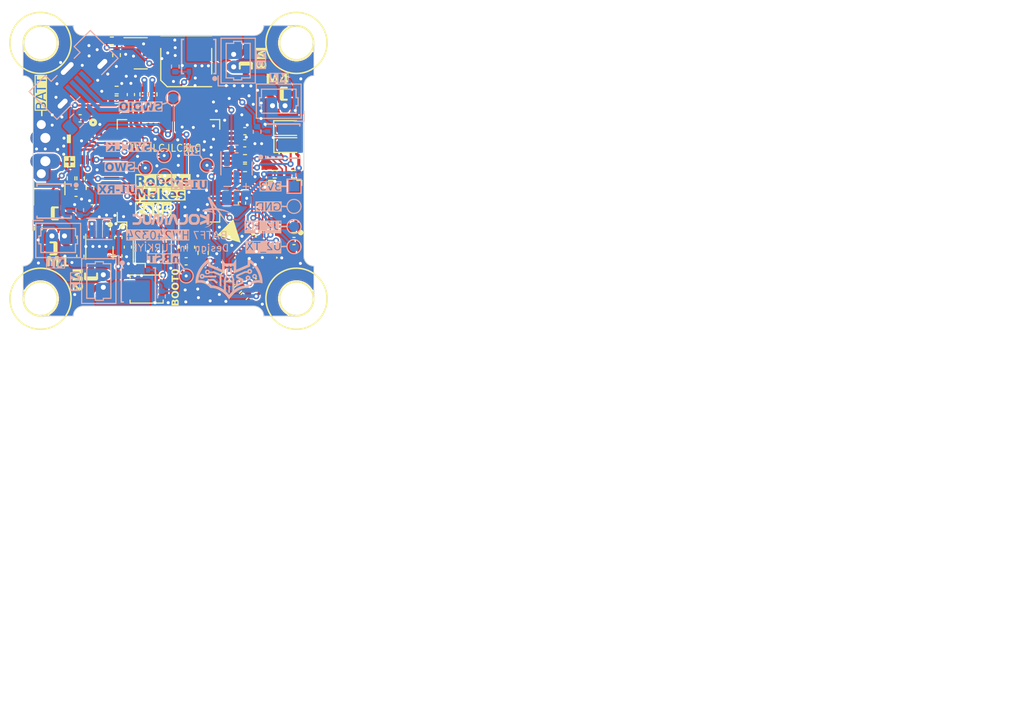
<source format=kicad_pcb>
(kicad_pcb (version 20221018) (generator pcbnew)
  (title_block (title "BAT/F7") (date "2024-03-24") (rev "1") (company "Kolamuc Design") (comment 1 "alperen.kolamu@gmail.com") (comment 2 "Alperen KOLAMUC"))
  (layers (0 "F.Cu" signal) (1 "In1.Cu" power) (2 "In2.Cu" power) (31 "B.Cu" signal) (34 "B.Paste" user) (35 "F.Paste" user) (36 "B.SilkS" user "B.Silkscreen") (37 "F.SilkS" user "F.Silkscreen") (38 "B.Mask" user) (39 "F.Mask" user) (44 "Edge.Cuts" user))
  (net 0 "")
  (net 1 "VDD")
  (net 2 "GND")
  (net 3 "/Main Controller/NRST")
  (net 4 "Net-(U2-VCAP_1)")
  (net 5 "VDD_SENS")
  (net 6 "VCC")
  (net 7 "Net-(U1-EN)")
  (net 8 "+BATT")
  (net 9 "Net-(D4-A)")
  (net 10 "VBUS")
  (net 11 "/Main Controller/LED1")
  (net 12 "Net-(D6-A)")
  (net 13 "/Main Controller/LED2")
  (net 14 "Net-(D7-A)")
  (net 15 "Net-(D5-A)")
  (net 16 "/Main Controller/USART2_TX")
  (net 17 "/Main Controller/USART2_RX")
  (net 18 "Net-(U1-L1)")
  (net 19 "/Main Controller/M1")
  (net 20 "/Main Controller/M2")
  (net 21 "/Main Controller/M3")
  (net 22 "/Main Controller/M4")
  (net 23 "Net-(U1-L2)")
  (net 24 "Net-(Q2-B)")
  (net 25 "/Main Controller/BOOT0")
  (net 26 "/Main Controller/DP")
  (net 27 "/Main Controller/DN")
  (net 28 "/Main Controller/USB_DETECT_PIN")
  (net 29 "/Main Controller/VBAT_ADC")
  (net 30 "/Main Controller/BEEPER")
  (net 31 "/Main Controller/USART1_TX")
  (net 32 "/Main Controller/USART1_RX")
  (net 33 "/Main Controller/SPI3_~{CS}")
  (net 34 "/Main Controller/SPI3_MISO")
  (net 35 "/Main Controller/SPI3_MOSI")
  (net 36 "/Main Controller/SPI3_SCK")
  (net 40 "Net-(U2-PH0)")
  (net 41 "Net-(U2-PH1)")
  (net 47 "/Main Controller/SPI1_~{CS}")
  (net 48 "/Main Controller/SPI1_SCK")
  (net 49 "/Main Controller/SPI1_MISO")
  (net 50 "/Main Controller/SPI1_MOSI")
  (net 51 "/Main Controller/MPU_INT")
  (net 56 "/Main Controller/SWDIO")
  (net 57 "/Main Controller/SWCLK")
  (net 58 "/Main Controller/SWO")
  (net 60 "Net-(Q2-C)")
  (net 61 "/USB Communication/D-")
  (net 62 "/USB Communication/D+")
  (net 65 "/IMU/SDA")
  (net 66 "/IMU/SCL")
  (net 67 "Net-(D2-K)")
  (net 68 "Net-(D3-K)")
  (net 71 "/Main Controller/PB0")
  (net 72 "Net-(U3-REGOUT)")
  (net 73 "Net-(U3-FSYNC)")
  (net 89 "Net-(J4-VBUS)")
  (net 91 "Net-(J5-Pin_1)")
  (net 92 "/Main Controller/LIGHT")
  (footprint "Resistor_SMD:R_0402_1005Metric" (layer "F.Cu") (at 101.925 65.3 -90)
    (fp_text reference "R1" hide)
    (fp_text value "10K" hide)
  )
  (footprint "Resistor_SMD:R_0402_1005Metric" (layer "F.Cu") (at 119.265 64.25 180)
    (fp_text reference "R14" hide)
    (fp_text value "470R" hide)
  )
  (footprint "Resistor_SMD:R_0402_1005Metric" (layer "F.Cu") (at 122.235 64.89 180)
    (fp_text reference "R12" hide)
    (fp_text value "4.7K" hide)
  )
  (footprint "Resistor_SMD:R_0402_1005Metric" (layer "F.Cu") (at 98.645 70.3 -90)
    (fp_text reference "R3" hide)
    (fp_text value "100K" hide)
  )
  (footprint "Alperen:8-USON" (layer "F.Cu") (at 103.315 62.02 -90)
    (fp_text reference "U5" hide)
    (fp_text value "W25Q80DVUXIE-TR" hide)
  )
  (footprint "Capacitor_SMD:C_0402_1005Metric" (layer "F.Cu") (at 106.635 71.21 -90)
    (fp_text reference "C5" hide)
    (fp_text value "0.1uF" hide)
  )
  (footprint "Resistor_SMD:R_0402_1005Metric" (layer "F.Cu") (at 102.875 65.3 90)
    (fp_text reference "R2" hide)
    (fp_text value "10K" hide)
  )
  (footprint "Resistor_SMD:R_0402_1005Metric" (layer "F.Cu") (at 105.985 51.58 180)
    (fp_text reference "R15" hide)
    (fp_text value "470R" hide)
  )
  (footprint "Capacitor_SMD:C_0402_1005Metric" (layer "F.Cu") (at 119.245 61.8)
    (fp_text reference "C7" hide)
    (fp_text value "2.2uF" hide)
  )
  (footprint "Package_LGA:LGA-8_3x5mm_P1.25mm" (layer "F.Cu") (at 123.275 68.11 180)
    (fp_text reference "U4" hide)
    (fp_text value "MS5611-01BA" hide)
  )
  (footprint "Resistor_SMD:R_0402_1005Metric" (layer "F.Cu") (at 106.455 57.45)
    (fp_text reference "R8" hide)
    (fp_text value "15K %1" hide)
  )
  (footprint "Capacitor_SMD:C_0402_1005Metric" (layer "F.Cu") (at 107.585 72.16 -90)
    (fp_text reference "C13" hide)
    (fp_text value "0.1uF" hide)
  )
  (footprint "Capacitor_SMD:C_0402_1005Metric" (layer "F.Cu") (at 118.965 67.77 -90)
    (fp_text reference "C12" hide)
    (fp_text value "0.1uF" hide)
  )
  (footprint "TestPoint:TestPoint_THTPad_1.0x1.0mm_Drill0.5mm" (layer "F.Cu") (at 98.95 59.93)
    (fp_text reference "J3" hide)
    (fp_text value "-" hide)
  )
  (footprint "Package_TO_SOT_SMD:SOT-23" (layer "F.Cu") (at 99.745 66.2875 90)
    (fp_text reference "Q1" hide)
    (fp_text value "IRLML6402" hide)
  )
  (footprint "Resistor_SMD:R_0402_1005Metric" (layer "F.Cu") (at 118.545 76.39 -135)
    (fp_text reference "R10" hide)
    (fp_text value "10K" hide)
  )
  (footprint "Capacitor_SMD:C_0402_1005Metric" (layer "F.Cu") (at 116.695 74.52 -135)
    (fp_text reference "C17" hide)
    (fp_text value "0.1uF" hide)
  )
  (footprint "Capacitor_SMD:C_0402_1005Metric" (layer "F.Cu") (at 102.415 66.74)
    (fp_text reference "C1" hide)
    (fp_text value "0.1uF" hide)
  )
  (footprint "Capacitor_SMD:C_0402_1005Metric" (layer "F.Cu") (at 119.203941 77.063901 45)
    (fp_text reference "C16" hide)
    (fp_text value "10nF" hide)
  )
  (footprint "LED_SMD:LED_0603_1608Metric" (layer "F.Cu") (at 123.615 60.28)
    (fp_text reference "D3" hide)
    (fp_text value "RED" hide)
  )
  (footprint "Library:1x02-Long-Pad" (layer "F.Cu") (at 99.355 62.43125)
    (fp_text reference "J1" hide)
    (fp_text value "1S Lipo" hide)
  )
  (footprint "Resistor_SMD:R_0402_1005Metric" (layer "F.Cu") (at 109.165 56.92 -90)
    (fp_text reference "R6" hide)
    (fp_text value "22R %1" hide)
  )
  (footprint "Resistor_SMD:R_0402_1005Metric" (layer "F.Cu") (at 106.465 56.49 180)
    (fp_text reference "R9" hide)
    (fp_text value "22K %1" hide)
  )
  (footprint "Resistor_SMD:R_0402_1005Metric" (layer "F.Cu") (at 119.265 63.31 180)
    (fp_text reference "R13" hide)
    (fp_text value "470R" hide)
  )
  (footprint "Capacitor_SMD:C_0402_1005Metric" (layer "F.Cu") (at 104.025 68.3 180)
    (fp_text reference "C9" hide)
    (fp_text value "0.1uF" hide)
  )
  (footprint "Alperen:SOD-323" (layer "F.Cu") (at 99.795 68.8 180)
    (fp_text reference "D1" hide)
    (fp_text value "1N5819" hide)
  )
  (footprint "Library:MH32" (layer "F.Cu") (at 124.4 51.785)
    (fp_text reference "H1" hide)
    (fp_text value "MountingHole" hide)
  )
  (footprint "Package_QFP:LQFP-64_10x10mm_P0.5mm" (layer "F.Cu") (at 111.635 64.55 90)
    (fp_text reference "U2" hide)
    (fp_text value "STM32F722RETx" hide)
  )
  (footprint "Library:MH32" (layer "F.Cu") (at 124.4 77.315)
    (fp_text reference "H4" hide)
    (fp_text value "MountingHole" hide)
  )
  (footprint "Resistor_SMD:R_0402_1005Metric" (layer "F.Cu") (at 110.105 56.92 90)
    (fp_text reference "R7" hide)
    (fp_text value "22R %1" hide)
  )
  (footprint "Resistor_SMD:R_0402_1005Metric" (layer "F.Cu") (at 106.455 53 90)
    (fp_text reference "R16" hide)
    (fp_text value "10K" hide)
  )
  (footprint "Resistor_SMD:R_0402_1005Metric" (layer "F.Cu") (at 103.805 66.26 90)
    (fp_text reference "R4" hide)
    (fp_text value "10K" hide)
  )
  (footprint "Alperen:SOD-323" (layer "F.Cu") (at 119.345 53.5475 90)
    (fp_text reference "D6" hide)
    (fp_text value "1N5819" hide)
  )
  (footprint "Alperen:SOD-323" (layer "F.Cu") (at 100.6575 72.29)
    (fp_text reference "D4" hide)
    (fp_text value "1N5819" hide)
  )
  (footprint "Inductor_SMD:L_0603_1608Metric" (layer "F.Cu") (at 115.085 72.7425 -90)
    (fp_text reference "L2" hide)
    (fp_text value "220R" hide)
  )
  (footprint "Capacitor_SMD:C_0402_1005Metric" (layer "F.Cu") (at 113.395 73.58)
    (fp_text reference "C14" hide)
    (fp_text value "0.1uF" hide)
  )
  (footprint "Capacitor_SMD:C_0402_1005Metric" (layer "F.Cu") (at 102.845 71.17 -90)
    (fp_text reference "C3" hide)
    (fp_text value "10uF" hide)
  )
  (footprint "Resistor_SMD:R_0402_1005Metric" (layer "F.Cu") (at 124.145 64.89)
    (fp_text reference "R11" hide)
    (fp_text value "4.7K" hide)
  )
  (footprint "Button_Switch_SMD:SW_SPST_B3U-1000P" (layer "F.Cu") (at 109.455 76.35)
    (fp_text reference "SW1" hide)
    (fp_text value "B3U-1000P" hide)
  )
  (footprint "Capacitor_SMD:C_0402_1005Metric" (layer "F.Cu") (at 117.885 75.73 -135)
    (fp_text reference "C15" hide)
    (fp_text value "0.1uF" hide)
  )
  (footprint "Capacitor_SMD:C_0402_1005Metric" (layer "F.Cu") (at 124.15 71.555 180)
    (fp_text reference "C18" hide)
    (fp_text value "0.1uF" hide)
  )
  (footprint "TestPoint:TestPoint_THTPad_1.0x1.0mm_Drill0.5mm" (layer "F.Cu") (at 98.95 64.84)
    (fp_text reference "J2" hide)
    (fp_text value "+" hide)
  )
  (footprint "Capacitor_SMD:C_0402_1005Metric" (layer "F.Cu") (at 102.845 73.07 90)
    (fp_text reference "C4" hide)
    (fp_text value "0.1uF" hide)
  )
  (footprint "Resistor_SMD:R_0402_1005Metric" (layer "F.Cu") (at 112.955 72.18 90)
    (fp_text reference "R5" hide)
    (fp_text value "10K" hide)
  )
  (footprint "Package_TO_SOT_SMD:SOT-23" (layer "F.Cu") (at 108.8675 52.82)
    (fp_text reference "Q2" hide)
    (fp_text value "MMBT3904" hide)
  )
  (footprint "LED_SMD:LED_0603_1608Metric" (layer "F.Cu") (at 123.635 61.98)
    (fp_text reference "D2" hide)
    (fp_text value "GREEN" hide)
  )
  (footprint "Library:MH32" (layer "F.Cu") (at 98.87 51.785)
    (fp_text reference "H2" hide)
    (fp_text value "MountingHole" hide)
  )
  (footprint "Capacitor_SMD:C_0402_1005Metric" (layer "F.Cu") (at 106.635 73.03 90)
    (fp_text reference "C6" hide)
    (fp_text value "0.1uF" hide)
  )
  (footprint "Package_SON:WSON-10-1EP_2.5x2.5mm_P0.5mm_EP1.2x2mm" (layer "F.Cu") (at 104.745 72.12 -90)
    (fp_text reference "U1" hide)
    (fp_text value "TPS63031DSK" hide)
  )
  (footprint "Capacitor_SMD:C_0402_1005Metric" (layer "F.Cu") (at 107.885 56.94 90)
    (fp_text reference "C10" hide)
    (fp_text value "0.1uF" hide)
  )
  (footprint "Alperen:ABMT-801-RC_PIEZO" (layer "F.Cu") (at 113.405 53.61 180)
    (fp_text reference "U6" hide)
    (fp_text value "5020" hide)
  )
  (footprint "Library:MH32" (layer "F.Cu") (at 98.87 77.315)
    (fp_text reference "H3" hide)
    (fp_text value "MountingHole" hide)
  )
  (footprint "Crystal:Resonator_SMD_Murata_CSTxExxV-3Pin_3.0x1.1mm" (layer "F.Cu") (at 110.125 72.59)
    (fp_text reference "Y1" hide)
    (fp_text value "8MHz" hide)
  )
  (footprint "Capacitor_SMD:C_0402_1005Metric" (layer "F.Cu") (at 113.885 72.17 -90)
    (fp_text reference "C8" hide)
    (fp_text value "4.7uF" hide)
  )
  (footprint "Alperen:SOD-323" (layer "F.Cu") (at 122.635 56.85 180)
    (fp_text reference "D7" hide)
    (fp_text value "1N5819" hide)
  )
  (footprint "Capacitor_SMD:C_0402_1005Metric" (layer "F.Cu") (at 119.255 60.59)
    (fp_text reference "C11" hide)
    (fp_text value "0.1uF" hide)
  )
  (footprint "Capacitor_SMD:C_0402_1005Metric" (layer "F.Cu") (at 102.825 59.31 180)
    (fp_text reference "C19" hide)
    (fp_text value "0.1uF" hide)
  )
  (footprint "Alperen:MPU6500" (layer "F.Cu") (at 120.346059 73.216099 -45)
    (fp_text reference "U3" hide)
    (fp_text value "MPU-6500" hide)
  )
  (footprint "Alperen:SOD-323" (layer "F.Cu") (at 103.915 75.5925 -90)
    (fp_text reference "D5" hide)
    (fp_text value "1N5819" hide)
  )
  (footprint "TestPoint:TestPoint_Pad_D1.0mm" (layer "B.Cu") (at 109.325 64.26 180)
    (fp_text reference "TP5" hide)
    (fp_text value "SWO" hide)
  )
  (footprint "Resistor_SMD:R_0402_1005Metric" (layer "B.Cu") (at 118.42 62.37 180)
    (fp_text reference "R17" hide)
    (fp_text value "10K" hide)
  )
  (footprint "Package_TO_SOT_SMD:SOT-23" (layer "B.Cu") (at 118.42 64.31 -90)
    (fp_text reference "Q3" hide)
    (fp_text value "BC817" hide)
  )
  (footprint "Library:PPAK1212-8" (layer "B.Cu") (at 114.645 53.14 90)
    (fp_text reference "Q6" hide)
    (fp_text value "SIS434DN" hide)
  )
  (footprint "Connector_Molex:Molex_PicoBlade_53047-0210_1x02_P1.25mm_Vertical" (layer "B.Cu") (at 123.26 58.05 180)
    (fp_text reference "M4" hide)
    (fp_text value "53047-0210" hide)
  )
  (footprint "Resistor_SMD:R_0402_1005Metric" (layer "B.Cu") (at 120.475 60.65 -90)
    (fp_text reference "R21" hide)
    (fp_text value "10K" hide)
  )
  (footprint "Capacitor_SMD:C_0805_2012Metric" (layer "B.Cu") (at 118.41 67.23)
    (fp_text reference "J5" hide)
    (fp_text value "LIGHT" hide)
  )
  (footprint "TestPoint:TestPoint_Pad_1.0x1.0mm" (layer "B.Cu") (at 124.155 66.09 180)
    (fp_text reference "TP8" hide)
    (fp_text value "VDD" hide)
  )
  (footprint "TestPoint:TestPoint_Pad_D1.0mm" (layer "B.Cu") (at 113.4 75.04 180)
    (fp_text reference "TP6" hide)
    (fp_text value "NRST" hide)
  )
  (footprint "Library:PPAK1212-8" (layer "B.Cu") (at 100.22355 67.57 180)
    (fp_text reference "Q4" hide)
    (fp_text value "SIS434DN" hide)
  )
  (footprint "TestPoint:TestPoint_Pad_D1.0mm" (layer "B.Cu") (at 111.205 63.03 180)
    (fp_text reference "TP4" hide)
    (fp_text value "SWCLK" hide)
  )
  (footprint "TestPoint:TestPoint_Pad_D1.0mm" (layer "B.Cu") (at 111.255 65.04 180)
    (fp_text reference "TP1" hide)
    (fp_text value "U1_TX" hide)
  )
  (footprint "Resistor_SMD:R_0402_1005Metric" (layer "B.Cu") (at 110.935 77.08 -90)
    (fp_text reference "R19" hide)
    (fp_text value "10K" hide)
  )
  (footprint "TestPoint:TestPoint_Pad_D1.0mm" (layer "B.Cu") (at 109.745 66.37 180)
    (fp_text reference "TP2" hide)
    (fp_text value "U1_RX" hide)
  )
  (footprint "Connector_Molex:Molex_PicoBlade_53047-0210_1x02_P1.25mm_Vertical" (layer "B.Cu") (at 118.135 54.175 90)
    (fp_text reference "M3" hide)
    (fp_text value "53047-0210" hide)
  )
  (footprint "Resistor_SMD:R_0402_1005Metric" (layer "B.Cu") (at 112.315 54.15 90)
    (fp_text reference "R20" hide)
    (fp_text value "10K" hide)
  )
  (footprint "TestPoint:TestPoint_Pad_D1.0mm" (layer "B.Cu") (at 115.475 64 180)
    (fp_text reference "TP7" hide)
    (fp_text value "PB0" hide)
  )
  (footprint "Connector_Molex:Molex_PicoBlade_53047-0210_1x02_P1.25mm_Vertical" (layer "B.Cu") (at 105.135 74.925 -90)
    (fp_text reference "M2" hide)
    (fp_text value "53047-0210" hide)
  )
  (footprint "TestPoint:TestPoint_Pad_D1.0mm" (layer "B.Cu") (at 124.155 68.1 180)
    (fp_text reference "TP9" hide)
    (fp_text value "GND" hide)
  )
  (footprint "Fuse:Fuse_0805_2012Metric" (layer "B.Cu") (at 102.485 59.56 -135)
    (fp_text reference "F1" hide)
    (fp_text value "500mA/6V" hide)
  )
  (footprint "Resistor_SMD:R_0402_1005Metric" (layer "B.Cu") (at 102.785 68.47 90)
    (fp_text reference "R18" hide)
    (fp_text value "10K" hide)
  )
  (footprint "Inductor_SMD:L_Murata_DFE201610P" (layer "B.Cu") (at 104.745 70.34)
    (fp_text reference "L1" hide)
    (fp_text value "1uH" hide)
  )
  (footprint "Connector_USB:USB_Micro-B_Molex-105133-0031" (layer "B.Cu") (at 102.295 55.1 45)
    (fp_text reference "J4" hide)
    (fp_text value "1051330011" hide)
  )
  (footprint "Library:PPAK1212-8" (layer "B.Cu") (at 108.625 75.94145 -90)
    (fp_text reference "Q5" hide)
    (fp_text value "SIS434DN" hide)
  )
  (footprint "TestPoint:TestPoint_Pad_D1.0mm" (layer "B.Cu") (at 112.095 57.28 180)
    (fp_text reference "TP3" hide)
    (fp_text value "SWDIO" hide)
  )
  (footprint "Alperen:KOLAMUC_LOGO" (layer "B.Cu") (at 117.99 70.32 180)
    (fp_text reference "REF**" hide)
    (fp_text value "KOLAMUC_LOGO" hide)
  )
  (footprint "Connector_Molex:Molex_PicoBlade_53047-0210_1x02_P1.25mm_Vertical" (layer "B.Cu") (at 100.01 71.05)
    (fp_text reference "M1" hide)
    (fp_text value "53047-0210" hide)
  )
  (footprint "Library:PPAK1212-8" (layer "B.Cu") (at 123.03355 61.58)
    (fp_text reference "Q7" hide)
    (fp_text value "SIS434DN" hide)
  )
  (footprint "TestPoint:TestPoint_Pad_D1.0mm" (layer "B.Cu") (at 124.155 72.12 180)
    (fp_text reference "TP10" hide)
    (fp_text value "RX" hide)
  )
  (footprint "LOGO" (layer "B.Cu") (at 117.67 75.3 180)
    (fp_text reference "G***" hide)
    (fp_text value "LOGO" hide)
  )
  (footprint "TestPoint:TestPoint_Pad_D1.0mm" (layer "B.Cu") (at 124.155 70.11 180)
    (fp_text reference "TP11" hide)
    (fp_text value "TX" hide)
  )
  (gr_line (start 123.4 68.11) (end 122.92 68.1) (stroke (width 0.15)) (layer "B.SilkS"))
  (gr_line (start 110.62 62.62) (end 109.9 62.24) (stroke (width 0.15)) (layer "B.SilkS"))
  (gr_line (start 111.9 65.36) (end 112.2 65.52) (stroke (width 0.15)) (layer "B.SilkS"))
  (gr_line (start 123.4 70.1) (end 122.89 70.11) (stroke (width 0.15)) (layer "B.SilkS"))
  (gr_line (start 109.01 66.28) (end 108.41 66.27) (stroke (width 0.15)) (layer "B.SilkS"))
  (gr_line (start 123.4 66.09) (end 122.91 66.09) (stroke (width 0.15)) (layer "B.SilkS"))
  (gr_line (start 115.04 63.405) (end 114.78 63.015) (stroke (width 0.15)) (layer "B.SilkS"))
  (gr_line (start 111.53 57.74) (end 111.05 57.89) (stroke (width 0.15)) (layer "B.SilkS"))
  (gr_line (start 108.59 64.31) (end 108.26 64.27) (stroke (width 0.15)) (layer "B.SilkS"))
  (gr_line (start 113.18 74.35) (end 112.76 73.76) (stroke (width 0.15)) (layer "B.SilkS"))
  (gr_line (start 123.42 72.09) (end 122.91 72.11) (stroke (width 0.15)) (layer "B.SilkS"))
  (gr_circle (center 107.04 70.12) (end 107.24 70.12) (stroke (width 0.15)) (fill solid) (layer "F.SilkS"))
  (gr_line (start 99 59.04) (end 99 58.56) (stroke (width 0.15)) (layer "F.SilkS"))
  (gr_circle (center 105.81 69.91) (end 106.01 69.91) (stroke (width 0.15)) (fill solid) (layer "F.SilkS"))
  (gr_poly (pts (xy 116.62 70.94) (xy 118.06 69.49) (xy 118.73 71.62)) (stroke (width 0.15)) (fill solid) (layer "F.SilkS"))
  (gr_circle (center 124.825 70.71) (end 125.025 70.71) (stroke (width 0.15)) (fill solid) (layer "F.SilkS"))
  (gr_line (start 126.135 55.05) (end 126.135 52.05) (stroke (width 0.0762)) (layer "Edge.Cuts"))
  (gr_line (start 120.135 51.05) (end 103.135 51.05) (stroke (width 0.0762)) (layer "Edge.Cuts"))
  (gr_line (start 99.135 50.05) (end 97.135 52.05) (stroke (width 0.0762)) (layer "Edge.Cuts"))
  (gr_line (start 121.135 79.05) (end 124.135 79.05) (stroke (width 0.0762)) (layer "Edge.Cuts"))
  (gr_arc (start 126.135 74.05) (mid 125.427893 73.757107) (end 125.135 73.05) (stroke (width 0.0762)) (layer "Edge.Cuts"))
  (gr_arc (start 125.135 56.05) (mid 125.427893 55.342893) (end 126.135 55.05) (stroke (width 0.0762)) (layer "Edge.Cuts"))
  (gr_line (start 124.135 50.05) (end 121.135 50.05) (stroke (width 0.0762)) (layer "Edge.Cuts"))
  (gr_line (start 98.135 56.05) (end 98.135 73.05) (stroke (width 0.0762)) (layer "Edge.Cuts"))
  (gr_line (start 126.135 77.05) (end 126.135 74.05) (stroke (width 0.0762)) (layer "Edge.Cuts"))
  (gr_line (start 126.135 52.05) (end 124.135 50.05) (stroke (width 0.0762)) (layer "Edge.Cuts"))
  (gr_arc (start 102.135 79.05) (mid 102.427893 78.342893) (end 103.135 78.05) (stroke (width 0.0762)) (layer "Edge.Cuts"))
  (gr_line (start 124.135 79.05) (end 126.135 77.05) (stroke (width 0.0762)) (layer "Edge.Cuts"))
  (gr_line (start 97.135 74.05) (end 97.135 77.05) (stroke (width 0.0762)) (layer "Edge.Cuts"))
  (gr_line (start 97.135 77.05) (end 99.135 79.05) (stroke (width 0.0762)) (layer "Edge.Cuts"))
  (gr_line (start 97.135 52.05) (end 97.135 55.05) (stroke (width 0.0762)) (layer "Edge.Cuts"))
  (gr_arc (start 97.135 55.05) (mid 97.842107 55.342893) (end 98.135 56.05) (stroke (width 0.0762)) (layer "Edge.Cuts"))
  (gr_line (start 99.135 79.05) (end 102.135 79.05) (stroke (width 0.0762)) (layer "Edge.Cuts"))
  (gr_line locked (start 103.135 78.05) (end 120.135 78.05) (stroke (width 0.0762)) (layer "Edge.Cuts"))
  (gr_arc (start 120.135 78.05) (mid 120.842107 78.342893) (end 121.135 79.05) (stroke (width 0.0762)) (layer "Edge.Cuts"))
  (gr_line (start 102.135 50.05) (end 99.135 50.05) (stroke (width 0.0762)) (layer "Edge.Cuts"))
  (gr_line locked (start 125.135 73.05) (end 125.135 56.05) (stroke (width 0.0762)) (layer "Edge.Cuts"))
  (gr_arc (start 121.135 50.05) (mid 120.842107 50.757107) (end 120.135 51.05) (stroke (width 0.0762)) (layer "Edge.Cuts"))
  (gr_arc (start 98.135 73.05) (mid 97.842107 73.757107) (end 97.135 74.05) (stroke (width 0.0762)) (layer "Edge.Cuts"))
  (gr_arc (start 103.135 51.05) (mid 102.427893 50.757107) (end 102.135 50.05) (stroke (width 0.0762)) (layer "Edge.Cuts"))
  (gr_text "U2_RX" (at 122.9 70.57) (layer "B.SilkS" knockout) (effects (font (size 0.8 0.8) (thickness 0.1)) (justify left bottom mirror)))
  (gr_text "B0" (at 114.84 63.08) (layer "B.SilkS" knockout) (effects (font (size 0.8 0.8) (thickness 0.16) bold italic) (justify left bottom mirror)))
  (gr_text "+" (at 119.93 66.51) (layer "B.SilkS") (effects (font (size 0.8 0.8) (thickness 0.1)) (justify left bottom mirror)))
  (gr_text "nRST" (at 112.78 73.83) (layer "B.SilkS" knockout) (effects (font (size 0.8 0.8) (thickness 0.16) bold italic) (justify left bottom mirror)))
  (gr_text "3V3" (at 122.9 66.64) (layer "B.SilkS" knockout) (effects (font (size 0.8 0.8) (thickness 0.1)) (justify left bottom mirror)))
  (gr_text "BATF7" (at 117.53 71.51) (layer "B.SilkS") (effects (font (size 0.8 0.8)) (justify left bottom mirror)))
  (gr_text "-" (at 118.02 66.51) (layer "B.SilkS") (effects (font (size 0.8 0.8) (thickness 0.1)) (justify left bottom mirror)))
  (gr_text "Design in TÜRKİYE" (at 117.74 72.66) (layer "B.SilkS") (effects (font (size 0.7 0.7) (thickness 0.1)) (justify left bottom mirror)))
  (gr_text "M3" (at 121.4 52.5 90) (layer "B.SilkS" knockout) (effects (font (size 0.8 0.8) (thickness 0.16) bold) (justify left bottom mirror)))
  (gr_text "U2_TX" (at 122.9 72.6) (layer "B.SilkS" knockout) (effects (font (size 0.8 0.8) (thickness 0.1)) (justify left bottom mirror)))
  (gr_text "HW240324" (at 113.82 71.47) (layer "B.SilkS" knockout) (effects (font (size 0.8 0.8) (thickness 0.1)) (justify left bottom mirror)))
  (gr_text "U1-TX" (at 115.56 66.48) (layer "B.SilkS" knockout) (effects (font (size 0.8 0.8) (thickness 0.16) bold italic) (justify left bottom mirror)))
  (gr_text "SWCLK" (at 109.96 62.7) (layer "B.SilkS" knockout) (effects (font (size 0.8 0.8) (thickness 0.16) bold italic) (justify left bottom mirror)))
  (gr_text "GND" (at 122.9 68.65) (layer "B.SilkS" knockout) (effects (font (size 0.8 0.8) (thickness 0.1)) (justify left bottom mirror)))
  (gr_text "SWDIO" (at 111.03 58.68) (layer "B.SilkS" knockout) (effects (font (size 0.8 0.8) (thickness 0.16) bold italic) (justify left bottom mirror)))
  (gr_text "M1" (at 101.33 74.35) (layer "B.SilkS" knockout) (effects (font (size 0.8 0.8) (thickness 0.16) bold) (justify left bottom mirror)))
  (gr_text "SWO" (at 108.28 64.7) (layer "B.SilkS" knockout) (effects (font (size 0.8 0.8) (thickness 0.16) bold italic) (justify left bottom mirror)))
  (gr_text "U1-RX" (at 108.5 66.94) (layer "B.SilkS" knockout) (effects (font (size 0.8 0.8) (thickness 0.16) bold italic) (justify left bottom mirror)))
  (gr_text "M4" (at 123.62 55.81) (layer "B.SilkS" knockout) (effects (font (size 0.8 0.8) (thickness 0.16) bold) (justify left bottom mirror)))
  (gr_text "M2" (at 102.87 74.66 90) (layer "B.SilkS" knockout) (effects (font (size 0.8 0.8) (thickness 0.16) bold) (justify left bottom mirror)))
  (gr_text "M2" (at 101.9 74.24 270) (layer "F.SilkS") (effects (font (size 1 1) (thickness 0.25) bold) (justify left bottom)))
  (gr_text "+" (at 101.18 64.25) (layer "F.SilkS" knockout) (effects (font (size 1 1) (thickness 0.25) bold) (justify left bottom)))
  (gr_text "Robots" (at 108.29 66.21) (layer "F.SilkS" knockout) (effects (font (size 1 1) (thickness 0.2) bold) (justify left bottom)))
  (gr_text "M3" (at 120.19 52.15 -90) (layer "F.SilkS") (effects (font (size 1 1) (thickness 0.25) bold) (justify left bottom)))
  (gr_text "JLCJLCJLCJLC" (at 107.63 62.69) (layer "F.SilkS") (effects (font (size 0.7 0.7) (thickness 0.1)) (justify left bottom)))
  (gr_text "Fails" (at 108.29 68.97) (layer "F.SilkS" knockout) (effects (font (size 1 1) (thickness 0.2) bold) (justify left bottom)))
  (gr_text "BATT" (at 99.58 58.58 90) (layer "F.SilkS" knockout) (effects (font (size 1 1)) (justify left bottom)))
  (gr_text "Makes" (at 108.29 67.55) (layer "F.SilkS" knockout) (effects (font (size 1 1) (thickness 0.2) bold) (justify left bottom)))
  (gr_text "BOOT0" (at 112.77 78.07 90) (layer "F.SilkS") (effects (font (size 0.7 0.7) (thickness 0.175) bold) (justify left bottom)))
  (gr_text "-" (at 102.84 61.94 90) (layer "F.SilkS") (effects (font (size 2 2) (thickness 0.25) bold) (justify left bottom)))
  (gr_text "M1" (at 99.41 74.26) (layer "F.SilkS") (effects (font (size 1 1) (thickness 0.25) bold) (justify left bottom)))
  (gr_text "M4" (at 121.3 56.05) (layer "F.SilkS") (effects (font (size 1 1) (thickness 0.25) bold) (justify left bottom)))
  (segment (start 107.885 58.875) (end 107.03 58.875) (width 0.254) (layer "F.Cu") (net 1))
  (segment (start 124.4225 61.98) (end 124.4225 62.8575) (width 0.3048) (layer "F.Cu") (net 1))
  (segment (start 107.885 58.875) (end 107.885 57.42) (width 0.254) (layer "F.Cu") (net 1))
  (segment (start 124.4225 60.3) (end 124.4025 60.28) (width 0.3048) (layer "F.Cu") (net 1))
  (segment (start 124.4025 60.28) (end 124.885 59.7975) (width 0.3048) (layer "F.Cu") (net 1))
  (segment (start 123.805 55.4) (end 117.965 55.4) (width 0.3048) (layer "F.Cu") (net 1))
  (segment (start 114.405 61.5) (end 113.835 62.07) (width 0.254) (layer "F.Cu") (net 1))
  (segment (start 117.31 60.8) (end 118.565 60.8) (width 0.254) (layer "F.Cu") (net 1))
  (segment (start 107.03 58.875) (end 106.595 59.31) (width 0.254) (layer "F.Cu") (net 1))
  (segment (start 124.885 56.48) (end 123.805 55.4) (width 0.3048) (layer "F.Cu") (net 1))
  (segment (start 103.565 63.44) (end 104.065 63.44) (width 0.2032) (layer "F.Cu") (net 1))
  (segment (start 107.885 70.225) (end 107.885 71.38) (width 0.254) (layer "F.Cu") (net 1))
  (segment (start 107.415 68.3) (end 105.96 68.3) (width 0.254) (layer "F.Cu") (net 1))
  (segment (start 124.635 64.87) (end 124.655 64.89) (width 0.3048) (layer "F.Cu") (net 1))
  (segment (start 117.31 67.3) (end 118.955 67.3) (width 0.254) (layer "F.Cu") (net 1))
  (segment (start 107.14 70.225) (end 106.635 70.73) (width 0.254) (layer "F.Cu") (net 1))
  (segment (start 103.065 59.55) (end 103.065 60.6) (width 0.254) (layer "F.Cu") (net 1))
  (segment (start 106.595 59.31) (end 103.305 59.31) (width 0.254) (layer "F.Cu") (net 1))
  (segment (start 114.405 67.3) (end 114.405 66.16) (width 0.254) (layer "F.Cu") (net 1))
  (segment (start 107.885 68.77) (end 107.415 68.3) (width 0.254) (layer "F.Cu") (net 1))
  (segment (start 114.82 71.69) (end 115.085 71.955) (width 0.254) (layer "F.Cu") (net 1))
  (segment (start 119.4373 67.29) (end 118.965 67.29) (width 0.3048) (layer "F.Cu") (net 1))
  (segment (start 114.405 61.5) (end 115.105 60.8) (width 0.254) (layer "F.Cu") (net 1))
  (segment (start 107.885 71.38) (end 107.585 71.68) (width 0.254) (layer "F.Cu") (net 1))
  (segment (start 109.135 67.52) (end 107.885 68.77) (width 0.254) (layer "F.Cu") (net 1))
  (segment (start 115.945 53.38) (end 115.945 51.705) (width 0.3048) (layer "F.Cu") (net 1))
  (segment (start 113.885 67.82) (end 113.585 67.52) (width 0.254) (layer "F.Cu") (net 1))
  (segment (start 105.745 73.3325) (end 106.4575 73.3325) (width 0.3048) (layer "F.Cu") (net 1))
  (segment (start 114.405 67.3) (end 113.885 67.82) (width 0.254) (layer "F.Cu") (net 1))
  (segment (start 109.325 61.5) (end 107.885 60.06) (width 0.254) (layer "F.Cu") (net 1))
  (segment (start 107.885 70.225) (end 107.14 70.225) (width 0.254) (layer "F.Cu") (net 1))
  (segment (start 106.995 76.35) (end 107.755 76.35) (width 0.3048) (layer "F.Cu") (net 1))
  (segment (start 107.885 70.225) (end 107.885 68.77) (width 0.254) (layer "F.Cu") (net 1))
  (segment (start 124.4225 62.8575) (end 124.635 63.07) (width 0.3048) (layer "F.Cu") (net 1))
  (segment (start 124.635 64.27) (end 124.635 64.87) (width 0.3048) (layer "F.Cu") (net 1))
  (segment (start 105.96 68.3) (end 104.505 68.3) (width 0.254) (layer "F.Cu") (net 1))
  (segment (start 124.635 64.27) (end 124.635 63.07) (width 0.3048) (layer "F.Cu") (net 1))
  (segment (start 121.165 64.89) (end 121.725 64.89) (width 0.3048) (layer "F.Cu") (net 1))
  (segment (start 118.565 60.8) (end 118.775 60.59) (width 0.254) (layer "F.Cu") (net 1))
  (segment (start 113.865 71.67) (end 113.885 71.69) (width 0.254) (layer "F.Cu") (net 1))
  (segment (start 104.065 63.44) (end 104.445 63.44) (width 0.2032) (layer "F.Cu") (net 1))
  (segment (start 113.585 67.52) (end 109.135 67.52) (width 0.254) (layer "F.Cu") (net 1))
  (segment (start 113.885 71.69) (end 114.82 71.69) (width 0.254) (layer "F.Cu") (net 1))
  (segment (start 107.885 60.06) (end 107.885 58.875) (width 0.254) (layer "F.Cu") (net 1))
  (segment (start 113.835 62.07) (end 109.895 62.07) (width 0.254) (layer "F.Cu") (net 1))
  (segment (start 124.885 59.7975) (end 124.885 56.48) (width 0.3048) (layer "F.Cu") (net 1))
  (segment (start 113.855 62.05) (end 114.405 61.5) (width 0.254) (layer "F.Cu") (net 1))
  (segment (start 112.955 71.67) (end 113.865 71.67) (width 0.254) (layer "F.Cu") (net 1))
  (segment (start 106.635 70.73) (end 105.9225 70.73) (width 0.254) (layer "F.Cu") (net 1))
  (segment (start 106.635 73.51) (end 106.635 74.09) (width 0.3048) (layer "F.Cu") (net 1))
  (segment (start 106.4575 73.3325) (end 106.635 73.51) (width 0.3048) (layer "F.Cu") (net 1))
  (segment (start 103.305 59.31) (end 103.065 59.55) (width 0.254) (layer "F.Cu") (net 1))
  (segment (start 113.855 65.61) (end 113.855 62.05) (width 0.254) (layer "F.Cu") (net 1))
  (segment (start 106.625 75.98) (end 106.995 76.35) (width 0.3048) (layer "F.Cu") (net 1))
  (segment (start 113.885 67.82) (end 113.885 70.225) (width 0.254) (layer "F.Cu") (net 1))
  (segment (start 117.965 55.4) (end 115.945 53.38) (width 0.3048) (layer "F.Cu") (net 1))
  (segment (start 106.635 74.09) (end 106.625 74.1) (width 0.3048) (layer "F.Cu") (net 1))
  (segment (start 105.9225 70.73) (end 105.745 70.9075) (width 0.254) (layer "F.Cu") (net 1))
  (segment (start 114.405 66.16) (end 113.855 65.61) (width 0.254) (layer "F.Cu") (net 1))
  (segment (start 115.105 60.8) (end 117.31 60.8) (width 0.254) (layer "F.Cu") (net 1))
  (segment (start 113.885 70.225) (end 113.885 71.69) (width 0.254) (layer "F.Cu") (net 1))
  (segment (start 117.31 67.3) (end 114.405 67.3) (width 0.254) (layer "F.Cu") (net 1))
  (segment (start 109.895 62.07) (end 109.325 61.5) (width 0.254) (layer "F.Cu") (net 1))
  (segment (start 124.4225 61.98) (end 124.4225 60.3) (width 0.3048) (layer "F.Cu") (net 1))
  (segment (start 106.625 74.1) (end 106.625 75.98) (width 0.3048) (layer "F.Cu") (net 1))
  (segment (start 118.955 67.3) (end 118.965 67.29) (width 0.254) (layer "F.Cu") (net 1))
  (via (at 106.625 74.1) (size 0.6048) (drill 0.3) (layers "F.Cu" "B.Cu") (net 1))
  (via (at 124.635 64.27) (size 0.6048) (drill 0.3) (layers "F.Cu" "B.Cu") (net 1))
  (via (at 107.14 70.225) (size 0.6048) (drill 0.3) (layers "F.Cu" "B.Cu") (net 1))
  (via (at 121.165 64.89) (size 0.6048) (drill 0.3) (layers "F.Cu" "B.Cu") (net 1))
  (via (at 109.325 61.5) (size 0.6048) (drill 0.3) (layers "F.Cu" "B.Cu") (net 1))
  (via (at 104.445 63.44) (size 0.6048) (drill 0.3) (layers "F.Cu" "B.Cu") (net 1))
  (via (at 119.4373 67.29) (size 0.6048) (drill 0.3) (layers "F.Cu" "B.Cu") (net 1))
  (segment (start 107.385 63.44) (end 109.325 61.5) (width 0.2032) (layer "B.Cu") (net 1))
  (segment (start 121.165 65.245) (end 119.4373 66.9727) (width 0.3048) (layer "B.Cu") (net 1))
  (segment (start 104.445 63.44) (end 107.385 63.44) (width 0.2032) (layer "B.Cu") (net 1))
  (segment (start 119.4373 66.9727) (end 119.4373 67.29) (width 0.3048) (layer "B.Cu") (net 1))
  (segment (start 121.305 64.75) (end 121.165 64.89) (width 0.3048) (layer "B.Cu") (net 1))
  (segment (start 106.625 70.74) (end 107.14 70.225) (width 0.3048) (layer "B.Cu") (net 1))
  (segment (start 106.625 74.1) (end 106.625 70.74) (width 0.3048) (layer "B.Cu") (net 1))
  (segment (start 124.155 64.75) (end 121.305 64.75) (width 0.3048) (layer "B.Cu") (net 1))
  (segment (start 121.165 64.89) (end 121.165 65.245) (width 0.3048) (layer "B.Cu") (net 1))
  (segment (start 124.155 64.75) (end 124.635 64.27) (width 0.3048) (layer "B.Cu") (net 1))
  (segment (start 124.155 66.09) (end 124.155 64.75) (width 0.3048) (layer "B.Cu") (net 1))
  (via (at 110.97 53.35) (size 0.6048) (drill 0.3) (layers "F.Cu" "B.Cu") (net 2))
  (via (at 115.505 67.91) (size 0.6048) (drill 0.3) (layers "F.Cu" "B.Cu") (net 2))
  (via (at 115.225 61.64) (size 0.6048) (drill 0.3) (layers "F.Cu" "B.Cu") (net 2))
  (via (at 107.425 55.11) (size 0.6048) (drill 0.3) (layers "F.Cu" "B.Cu") (net 2))
  (via (at 120.295 73.9) (size 0.6048) (drill 0.3) (layers "F.Cu" "B.Cu") (net 2))
  (via (at 106.975 55.83) (size 0.6048) (drill 0.3) (layers "F.Cu" "B.Cu") (net 2))
  (via (at 106.435 54.13) (size 0.6048) (drill 0.3) (layers "F.Cu" "B.Cu") (net 2))
  (via (at 106.285 69) (size 0.6048) (drill 0.3) (layers "F.Cu" "B.Cu") (net 2))
  (via (at 114.56 65.05) (size 0.6048) (drill 0.3) (layers "F.Cu" "B.Cu") (net 2))
  (via (at 123.18 69.09) (size 0.6048) (drill 0.3) (layers "F.Cu" "B.Cu") (net 2))
  (via (at 107.155 69.12) (size 0.6048) (drill 0.3) (layers "F.Cu" "B.Cu") (net 2))
  (via (at 107.625 75.01) (size 0.6048) (drill 0.3) (layers "F.Cu" "B.Cu") (net 2))
  (via (at 113.3 76.44) (size 0.6048) (drill 0.3) (layers "F.Cu" "B.Cu") (net 2))
  (via (at 122.085 61.23) (size 0.6048) (drill 0.3) (layers "F.Cu" "B.Cu") (net 2))
  (via (at 104.79 59.92) (size 0.6048) (drill 0.3) (layers "F.Cu" "B.Cu") (net 2))
  (via (at 112.64 63.05) (size 0.6048) (drill 0.3) (layers "F.Cu" "B.Cu") (net 2))
  (via (at 120.885 57.79) (size 0.6048) (drill 0.3) (layers "F.Cu" "B.Cu") (net 2))
  (via (at 101 59.18) (size 0.6048) (drill 0.3) (layers "F.Cu" "B.Cu") (net 2))
  (via (at 115.51 75.67) (size 0.6048) (drill 0.3) (layers "F.Cu" "B.Cu") (net 2))
  (via (at 117.69 57.33) (size 0.6048) (drill 0.3) (layers "F.Cu" "B.Cu") (net 2))
  (via (at 114.285 56.04) (size 0.6048) (drill 0.3) (layers "F.Cu" "B.Cu") (net 2))
  (via (at 105.58 54.89) (size 0.6048) (drill 0.3) (layers "F.Cu" "B.Cu") (net 2))
  (via (at 103.395 72.1) (size 0.6048) (drill 0.3) (layers "F.Cu" "B.Cu") (net 2))
  (via (at 114.305 55.29) (size 0.6048) (drill 0.3) (layers "F.Cu" "B.Cu") (net 2))
  (via (at 103.035 54.02) (size 0.6048) (drill 0.3) (layers "F.Cu" "B.Cu") (net 2))
  (via (at 104.735 69.15) (size 0.6048) (drill 0.3) (layers "F.Cu" "B.Cu") (net 2))
  (via (at 102.96 61.56) (size 0.6048) (drill 0.3) (layers "F.Cu" "B.Cu") (net 2))
  (via (at 101.215 61.29) (size 0.6048) (drill 0.3) (layers "F.Cu" "B.Cu") (net 2))
  (via (at 103.765 67.53) (size 0.6048) (drill 0.3) (layers "F.Cu" "B.Cu") (net 2))
  (via (at 104.52 52.46) (size 0.6048) (drill 0.3) (layers "F.Cu" "B.Cu") (net 2))
  (via (at 108.55 63.11) (size 0.6048) (drill 0.3) (layers "F.Cu" "B.Cu") (net 2))
  (via (at 104.745 72.1) (size 0.6048) (drill 0.3) (layers "F.Cu" "B.Cu") (net 2))
  (via (at 116.71 70.17) (size 0.6048) (drill 0.3) (layers "F.Cu" "B.Cu") (net 2))
  (via (at 105.395 72.1) (size 0.6048) (drill 0.3) (layers "F.Cu" "B.Cu") (net 2))
  (via (at 120.995 73.2) (size 0.6048) (drill 0.3) (layers "F.Cu" "B.Cu") (net 2))
  (via (at 109.15 51.88) (size 0.6048) (drill 0.3) (layers "F.Cu" "B.Cu") (net 2))
  (via (at 124.79 73.79) (size 0.6048) (drill 0.3) (layers "F.Cu" "B.Cu") (net 2))
  (via (at 120.925 61.84) (size 0.6048) (drill 0.3) (layers "F.Cu" "B.Cu") (net 2))
  (via (at 110.48 64.05) (size 0.6048) (drill 0.3) (layers "F.Cu" "B.Cu") (net 2))
  (via (at 115.435 66.5) (size 0.6048) (drill 0.3) (layers "F.Cu" "B.Cu") (net 2))
  (via (at 107.885 55.82) (size 0.6048) (drill 0.3) (layers "F.Cu" "B.Cu") (net 2))
  (via (at 100.585 62.42) (size 0.6048) (drill 0.3) (layers "F.Cu" "B.Cu") (net 2))
  (via (at 107.455 73.12) (size 0.6048) (drill 0.3) (layers "F.Cu" "B.Cu") (net 2))
  (via (at 116.12 57.68) (size 0.6048) (drill 0.3) (layers "F.Cu" "B.Cu") (net 2))
  (via (at 99.345 62.37) (size 0.6048) (drill 0.3) (layers "F.Cu" "B.Cu") (net 2))
  (via (at 112.61 64) (size 0.6048) (drill 0.3) (layers "F.Cu" "B.Cu") (net 2))
  (via (at 118.97 71.08) (size 0.6048) (drill 0.3) (layers "F.Cu" "B.Cu") (net 2))
  (via (at 119.67 57.06) (size 0.6048) (drill 0.3) (layers "F.Cu" "B.Cu") (net 2))
  (via (at 114.315 54.06) (size 0.6048) (drill 0.3) (layers "F.Cu" "B.Cu") (net 2))
  (via (at 111.605 77.71) (size 0.6048) (drill 0.3) (layers "F.Cu" "B.Cu") (net 2))
  (via (at 113.015 54.04) (size 0.6048) (drill 0.3) (layers "F.Cu" "B.Cu") (net 2))
  (via (at 112.56 61.46) (size 0.6048) (drill 0.3) (layers "F.Cu" "B.Cu") (net 2))
  (via (at 109.605 73.61) (size 0.6048) (drill 0.3) (layers "F.Cu" "B.Cu") (net 2))
  (via (at 115.155 62.47) (size 0.6048) (drill 0.3) (layers "F.Cu" "B.Cu") (net 2))
  (via (at 113.275 68.17) (size 0.6048) (drill 0.3) (layers "F.Cu" "B.Cu") (net 2))
  (via (at 116.45 72.82) (size 0.6048) (drill 0.3) (layers "F.Cu" "B.Cu") (net 2))
  (via (at 107.365 52.92) (size 0.6048) (drill 0.3) (layers "F.Cu" "B.Cu") (net 2))
  (via (at 118.95 58.96) (size 0.6048) (drill 0.3) (layers "F.Cu" "B.Cu") (net 2))
  (via (at 124.835 55.37) (size 0.6048) (drill 0.3) (layers "F.Cu" "B.Cu") (net 2))
  (via (at 124.2783 58.53) (size 0.6048) (drill 0.3) (layers "F.Cu" "B.Cu") (net 2))
  (via (at 115.885 62.2) (size 0.6048) (drill 0.3) (layers "F.Cu" "B.Cu") (net 2))
  (via (at 115.895 62.96) (size 0.6048) (drill 0.3) (layers "F.Cu" "B.Cu") (net 2))
  (via (at 115.79 77.53) (size 0.6048) (drill 0.3) (layers "F.Cu" "B.Cu") (net 2))
  (via (at 105.455 68.97) (size 0.6048) (drill 0.3) (layers "F.Cu" "B.Cu") (net 2))
  (via (at 113 60.18) (size 0.6048) (drill 0.3) (layers "F.Cu" "B.Cu") (net 2))
  (via (at 100.875 53.74) (size 0.6048) (drill 0.3) (layers "F.Cu" "B.Cu") (net 2))
  (via (at 107.865 67.83) (size 0.6048) (drill 0.3) (layers "F.Cu" "B.Cu") (net 2))
  (via (at 104.515 64.45) (size 0.6048) (drill 0.3) (layers "F.Cu" "B.Cu") (net 2))
  (via (at 114.595 68.44) (size 0.6048) (drill 0.3) (layers "F.Cu" "B.Cu") (net 2))
  (via (at 122.93 73.24) (size 0.6048) (drill 0.3) (layers "F.Cu" "B.Cu") (net 2))
  (via (at 110.645 72.6) (size 0.6048) (drill 0.3) (layers "F.Cu" "B.Cu") (net 2))
  (via (at 98.475 62.37) (size 0.6048) (drill 0.3) (layers "F.Cu" "B.Cu") (net 2))
  (via (at 108.285 75.01) (size 0.6048) (drill 0.3) (layers "F.Cu" "B.Cu") (net 2))
  (via (at 102.275 67.92) (size 0.6048) (drill 0.3) (layers "F.Cu" "B.Cu") (net 2))
  (via (at 112.62 64.98) (size 0.6048) (drill 0.3) (layers "F.Cu" "B.Cu") (net 2))
  (via (at 119.49 59.98) (size 0.6048) (drill 0.3) (layers "F.Cu" "B.Cu") (net 2))
  (via (at 108.305 73.83) (size 0.6048) (drill 0.3) (layers "F.Cu" "B.Cu") (net 2))
  (via (at 98.66 73.75) (size 0.6048) (drill 0.3) (layers "F.Cu" "B.Cu") (net 2))
  (via (at 112.305 52.26) (size 0.6048) (drill 0.3) (layers "F.Cu" "B.Cu") (net 2))
  (via (at 120.27 65.14) (size 0.6048) (drill 0.3) (layers "F.Cu" "B.Cu") (net 2))
  (via (at 100.04 58.97) (size 0.6048) (drill 0.3) (layers "F.Cu" "B.Cu") (net 2))
  (via (at 113.36 77.63) (size 0.6048) (drill 0.3) (layers "F.Cu" "B.Cu") (net 2))
  (via (at 118.195 56.06) (size 0.6048) (drill 0.3) (layers "F.Cu" "B.Cu") (net 2))
  (via (at 102.965 67.37) (size 0.6048) (drill 0.3) (layers "F.Cu" "B.Cu") (net 2))
  (via (at 110.295 77.72) (size 0.6048) (drill 0.3) (layers "F.Cu" "B.Cu") (net 2))
  (via (at 115.615 54.07) (size 0.6048) (drill 0.3) (layers "F.Cu" "B.Cu") (net 2))
  (via (at 111.56 52.78) (size 0.6048) (drill 0.3) (layers "F.Cu" "B.Cu") (net 2))
  (via (at 120.865 59.33) (size 0.6048) (drill 0.3) (layers "F.Cu" "B.Cu") (net 2))
  (via (at 117.395 56.05) (size 0.6048) (drill 0.3) (layers "F.Cu" "B.Cu") (net 2))
  (via (at 114.62 77.21) (size 0.6048) (drill 0.3) (layers "F.Cu" "B.Cu") (net 2))
  (via (at 98.64 71.45) (size 0.6048) (drill 0.3) (layers "F.Cu" "B.Cu") (net 2))
  (via (at 112.305 53.04) (size 0.6048) (drill 0.3) (layers "F.Cu" "B.Cu") (net 2))
  (via (at 109.595 72.6) (size 0.6048) (drill 0.3) (layers "F.Cu" "B.Cu") (net 2))
  (via (at 103.7 52.05) (size 0.6048) (drill 0.3) (layers "F.Cu" "B.Cu") (net 2))
  (via (at 114.55 76.35) (size 0.6048) (drill 0.3) (layers "F.Cu" "B.Cu") (net 2))
  (via (at 112.265 51.5) (size 0.6048) (drill 0.3) (layers "F.Cu" "B.Cu") (net 2))
  (via (at 104.98 56.61) (size 0.6048) (drill 0.3) (layers "F.Cu" "B.Cu") (net 2))
  (via (at 120.515 56.51) (size 0.6048) (drill 0.3) (layers "F.Cu" "B.Cu") (net 2))
  (via (at 100.51 55.86) (size 0.6048) (drill 0.3) (layers "F.Cu" "B.Cu") (net 2))
  (via (at 110.3 61.39) (size 0.6048) (drill 0.3) (layers "F.Cu" "B.Cu") (net 2))
  (via (at 119.855 56.08) (size 0.6048) (drill 0.3) (layers "F.Cu" "B.Cu") (net 2))
  (via (at 107.635 73.82) (size 0.6048) (drill 0.3) (layers "F.Cu" "B.Cu") (net 2))
  (via (at 103.72 53.08) (size 0.6048) (drill 0.3) (layers "F.Cu" "B.Cu") (net 2))
  (via (at 117.24 59.5) (size 0.6048) (drill 0.3) (layers "F.Cu" "B.Cu") (net 2))
  (via (at 108.145 53.1) (size 0.6048) (drill 0.3) (layers "F.Cu" "B.Cu") (net 2))
  (via (at 102.285 76.9) (size 0.6048) (drill 0.3) (layers "F.Cu" "B.Cu") (net 2))
  (via (at 120.395 72.6) (size 0.6048) (drill 0.3) (layers "F.Cu" "B.Cu") (net 2))
  (via (at 113.675 66.69) (size 0.6048) (drill 0.3) (layers "F.Cu" "B.Cu") (net 2))
  (via (at 112.13 55.63) (size 0.6048) (drill 0.3) (layers "F.Cu" "B.Cu") (net 2))
  (via (at 108.945 75.01) (size 0.6048) (drill 0.3) (layers "F.Cu" "B.Cu") (net 2))
  (via (at 120.99 77.86) (size 0.6048) (drill 0.3) (layers "F.Cu" "B.Cu") (net 2))
  (via (at 116.12 60.07) (size 0.6048) (drill 0.3) (layers "F.Cu" "B.Cu") (net 2))
  (via (at 121.25 66.17) (size 0.6048) (drill 0.3) (layers "F.Cu" "B.Cu") (net 2))
  (via (at 100.035 59.99) (size 0.6048) (drill 0.3) (layers "F.Cu" "B.Cu") (net 2))
  (via (at 117.36 77.58) (size 0.6048) (drill 0.3) (layers "F.Cu" "B.Cu") (net 2))
  (via (at 107.44 64.7) (size 0.6048) (drill 0.3) (layers "F.Cu" "B.Cu") (net 2))
  (via (at 117.95 71.99) (size 0.6048) (drill 0.3) (layers "F.Cu" "B.Cu") (net 2))
  (via (at 122.24 65.59) (size 0.6048) (drill 0.3) (layers "F.Cu" "B.Cu") (net 2))
  (via (at 116.125 61.4) (size 0.6048) (drill 0.3) (layers "F.Cu" "B.Cu") (net 2))
  (via (at 106.395 69.83) (size 0.6048) (drill 0.3) (layers "F.Cu" "B.Cu") (net 2))
  (via (at 114.975 54.07) (size 0.6048) (drill 0.3) (layers "F.Cu" "B.Cu") (net 2))
  (via (at 101.185 62.08) (size 0.6048) (drill 0.3) (layers "F.Cu" "B.Cu") (net 2))
  (via (at 100.415 57.21) (size 0.6048) (drill 0.3) (layers "F.Cu" "B.Cu") (net 2))
  (via (at 119.395 61.19) (size 0.6048) (drill 0.3) (layers "F.Cu" "B.Cu") (net 2))
  (via (at 121.265 59.9) (size 0.6048) (drill 0.3) (layers "F.Cu" "B.Cu") (net 2))
  (via (at 113.275 69.04) (size 0.6048) (drill 0.3) (layers "F.Cu" "B.Cu") (net 2))
  (via (at 120.09 57.91) (size 0.6048) (drill 0.3) (layers "F.Cu" "B.Cu") (net 2))
  (via (at 101.065 66.04) (size 0.6048) (drill 0.3) (layers "F.Cu" "B.Cu") (net 2))
  (via (at 119.695 73.3) (size 0.6048) (drill 0.3) (layers "F.Cu" "B.Cu") (net 2))
  (via (at 108.34 55.11) (size 0.6048) (drill 0.3) (layers "F.Cu" "B.Cu") (net 2))
  (via (at 116.71 76.89) (size 0.6048) (drill 0.3) (layers "F.Cu" "B.Cu") (net 2))
  (via (at 115.345 68.75) (size 0.6048) (drill 0.3) (layers "F.Cu" "B.Cu") (net 2))
  (via (at 114.11 60.22) (size 0.6048) (drill 0.3) (layers "F.Cu" "B.Cu") (net 2))
  (via (at 120.255 61.84) (size 0.6048) (drill 0.3) (layers "F.Cu" "B.Cu") (net 2))
  (via (at 104.095 72.1) (size 0.6048) (drill 0.3) (layers "F.Cu" "B.Cu") (net 2))
  (via (at 119.035 56.06) (size 0.6048) (drill 0.3) (layers "F.Cu" "B.Cu") (net 2))
  (via (at 104.575 55.51) (size 0.6048) (drill 0.3) (layers "F.Cu" "B.Cu") (net 2))
  (via (at 120.865 58.57) (size 0.6048) (drill 0.3) (layers "F.Cu" "B.Cu") (net 2))
  (via (at 116.41 58.58) (size 0.6048) (drill 0.3) (layers "F.Cu" "B.Cu") (net 2))
  (via (at 101.185 62.9) (size 0.6048) (drill 0.3) (layers "F.Cu" "B.Cu") (net 2))
  (via (at 101.305 73.06) (size 0.6048) (drill 0.3) (layers "F.Cu" "B.Cu") (net 2))
  (via (at 110.635 73.66) (size 0.6048) (drill 0.3) (layers "F.Cu" "B.Cu") (net 2))
  (via (at 102.005 73.7) (size 0.6048) (drill 0.3) (layers "F.Cu" "B.Cu") (net 2))
  (via (at 111.86 74.27) (size 0.6048) (drill 0.3) (layers "F.Cu" "B.Cu") (net 2))
  (segment (start 112.915 73.58) (end 112.915 72.73) (width 0.254) (layer "F.Cu") (net 3))
  (segment (start 110.885 70.225) (end 110.885 71.07) (width 0.2032) (layer "F.Cu") (net 3))
  (segment (start 112.915 72.73) (end 112.955 72.69) (width 0.254) (layer "F.Cu") (net 3))
  (segment (start 111.63021 71.386) (end 112.93421 72.69) (width 0.2032) (layer "F.Cu") (net 3))
  (segment (start 111.201 71.386) (end 111.63021 71.386) (width 0.2032) (layer "F.Cu") (net 3))
  (segment (start 112.93421 72.69) (end 112.955 72.69) (width 0.2032) (layer "F.Cu") (net 3))
  (segment (start 112.915 74.555) (end 113.4 75.04) (width 0.254) (layer "F.Cu") (net 3))
  (segment (start 112.915 73.58) (end 112.915 74.555) (width 0.254) (layer "F.Cu") (net 3))
  (segment (start 110.885 71.07) (end 111.201 71.386) (width 0.2032) (layer "F.Cu") (net 3))
  (via (at 113.4 75.04) (size 0.6048) (drill 0.3) (layers "F.Cu" "B.Cu") (net 3))
  (segment (start 118.765 61.8) (end 117.31 61.8) (width 0.254) (layer "F.Cu") (net 4))
  (segment (start 115.815 73.53) (end 115.085 73.53) (width 0.4064) (layer "F.Cu") (net 5))
  (segment (start 118.521936 74.191694) (end 117.045516 74.191694) (width 0.1778) (layer "F.Cu") (net 5))
  (segment (start 120.731432 75.015686) (end 120.245 75.502118) (width 0.1778) (layer "F.Cu") (net 5))
  (segment (start 116.383822 73.53) (end 117.034411 74.180589) (width 0.4064) (layer "F.Cu") (net 5))
  (segment (start 124.63 71.555) (end 124.63 70.265) (width 0.3048) (layer "F.Cu") (net 5))
  (segment (start 124.63 72.825) (end 120.385 77.07) (width 0.3048) (layer "F.Cu") (net 5))
  (segment (start 120.385 77.07) (end 119.888862 77.07) (width 0.3048) (layer "F.Cu") (net 5))
  (segment (start 120.245 76.022842) (end 119.543352 76.72449) (width 0.1778) (layer "F.Cu") (net 5))
  (segment (start 124.63 71.555) (end 124.63 72.825) (width 0.3048) (layer "F.Cu") (net 5))
  (segment (start 118.829315 73.884315) (end 118.521936 74.191694) (width 0.1778) (layer "F.Cu") (net 5))
  (segment (start 120.245 75.502118) (end 120.245 76.022842) (width 0.1778) (layer "F.Cu") (net 5))
  (segment (start 124.35 68.735) (end 124.35 69.985) (width 0.3048) (layer "F.Cu") (net 5))
  (segment (start 115.815 73.53) (end 116.383822 73.53) (width 0.4064) (layer "F.Cu") (net 5))
  (segment (start 119.888862 77.07) (end 119.543352 76.72449) (width 0.3048) (layer "F.Cu") (net 5))
  (segment (start 124.63 70.265) (end 124.35 69.985) (width 0.3048) (layer "F.Cu") (net 5))
  (segment (start 117.045516 74.191694) (end 117.034411 74.180589) (width 0.1778) (layer "F.Cu") (net 5))
  (via (at 120.385 77.07) (size 0.6048) (drill 0.3) (layers "F.Cu" "B.Cu") (net 5))
  (via (at 115.815 73.53) (size 0.6048) (drill 0.3) (layers "F.Cu" "B.Cu") (net 5))
  (segment (start 117.895 77.07) (end 120.385 77.07) (width 0.4064) (layer "B.Cu") (net 5))
  (segment (start 115.815 74.99) (end 117.895 77.07) (width 0.4064) (layer "B.Cu") (net 5))
  (segment (start 115.815 73.53) (end 115.815 74.99) (width 0.4064) (layer "B.Cu") (net 5))
  (segment (start 102.845 69.73) (end 102.845 70.69) (width 0.3048) (layer "F.Cu") (net 6))
  (segment (start 100.695 68.7) (end 100.795 68.8) (width 0.3048) (layer "F.Cu") (net 6))
  (segment (start 103.5275 70.69) (end 103.745 70.9075) (width 0.3048) (layer "F.Cu") (net 6))
  (segment (start 101.915 68.8) (end 102.845 69.73) (width 0.3048) (layer "F.Cu") (net 6))
  (segment (start 100.695 67.225) (end 100.695 68.7) (width 0.3048) (layer "F.Cu") (net 6))
  (segment (start 102.845 70.69) (end 103.5275 70.69) (width 0.3048) (layer "F.Cu") (net 6))
  (segment (start 100.795 68.8) (end 101.915 68.8) (width 0.3048) (layer "F.Cu") (net 6))
  (segment (start 103.745 73.3325) (end 103.0625 73.3325) (width 0.254) (layer "F.Cu") (net 7))
  (segment (start 104.245 73.3325) (end 103.745 73.3325) (width 0.254) (layer "F.Cu") (net 7))
  (segment (start 103.0625 73.3325) (end 102.845 73.55) (width 0.254) (layer "F.Cu") (net 7))
  (segment (start 104.745 73.3325) (end 104.245 73.3325) (width 0.254) (layer "F.Cu") (net 7))
  (segment (start 118.9725 54.175) (end 119.345 54.5475) (width 0.508) (layer "F.Cu") (net 8))
  (segment (start 99.355 63.59) (end 100.675 63.59) (width 0.3048) (layer "F.Cu") (net 8))
  (segment (start 123.26 57.225) (end 123.635 56.85) (width 0.508) (layer "F.Cu") (net 8))
  (segment (start 99.745 65.35) (end 99.745 63.98) (width 0.3048) (layer "F.Cu") (net 8))
  (segment (start 104.2475 74.925) (end 103.915 74.5925) (width 0.508) (layer "F.Cu") (net 8))
  (segment (start 118.9725 54.175) (end 118.135 54.175) (width 0.508) (layer "F.Cu") (net 8))
  (segment (start 100.01 71.9375) (end 99.6575 72.29) (width 0.508) (layer "F.Cu") (net 8))
  (segment (start 101.875 64.79) (end 101.925 64.79) (width 0.3048) (layer "F.Cu") (net 8))
  (segment (start 123.26 57.225) (end 123.26 58.05) (width 0.508) (layer "F.Cu") (net 8))
  (segment (start 99.745 63.98) (end 99.355 63.59) (width 0.3048) (layer "F.Cu") (net 8))
  (segment (start 100.675 63.59) (end 101.875 64.79) (width 0.3048) (layer "F.Cu") (net 8))
  (via (at 108.75 68.91) (size 0.6048) (drill 0.3) (layers "F.Cu" "B.Cu") (net 8))
  (via (at 111.87 68.19) (size 0.6048) (drill 0.3) (layers "F.Cu" "B.Cu") (net 8))
  (via (at 111.4 66.62) (size 0.6048) (drill 0.3) (layers "F.Cu" "B.Cu") (net 8))
  (via (at 107.25 62.64) (size 0.6048) (drill 0.3) (layers "F.Cu" "B.Cu") (net 8))
  (via (at 110.73 68.17) (size 0.6048) (drill 0.3) (layers "F.Cu" "B.Cu") (net 8))
  (segment (start 118.135 54.175) (end 121.57 54.175) (width 1.27) (layer "B.Cu") (net 8))
  (segment (start 100.01 71.05) (end 100.01 73.315) (width 1.27) (layer "B.Cu") (net 8))
  (segment (start 123.26 55.865) (end 123.26 58.05) (width 1.27) (layer "B.Cu") (net 8))
  (segment (start 101.62 74.925) (end 105.135 74.925) (width 1.27) (layer "B.Cu") (net 8))
  (segment (start 100.01 73.315) (end 101.62 74.925) (width 1.27) (layer "B.Cu") (net 8))
  (segment (start 121.57 54.175) (end 123.26 55.865) (width 1.27) (layer "B.Cu") (net 8))
  (segment (start 101.26 71.7925) (end 101.7575 72.29) (width 0.508) (layer "F.Cu") (net 9))
  (segment (start 101.26 71.05) (end 101.26 71.7925) (width 0.508) (layer "F.Cu") (net 9))
  (segment (start 99.25 67.225) (end 98.795 67.225) (width 0.2032) (layer "F.Cu") (net 10))
  (segment (start 106.391 58.024) (end 106.965 57.45) (width 0.2032) (layer "F.Cu") (net 10))
  (segment (start 100.985 65.03) (end 100.445 65.57) (width 0.2032) (layer "F.Cu") (net 10))
  (segment (start 98.795 68.7) (end 98.695 68.8) (width 0.3048) (layer "F.Cu") (net 10))
  (segment (start 98.645 68.85) (end 98.695 68.8) (width 0.3048) (layer "F.Cu") (net 10))
  (segment (start 98.645 69.79) (end 98.645 68.85) (width 0.3048) (layer "F.Cu") (net 10))
  (segment (start 100.445 65.57) (end 100.445 66.03) (width 0.2032) (layer "F.Cu") (net 10))
  (segment (start 100.445 66.03) (end 99.25 67.225) (width 0.2032) (layer "F.Cu") (net 10))
  (segment (start 98.795 67.225) (end 98.795 68.7) (width 0.3048) (layer "F.Cu") (net 10))
  (segment (start 102.305 57.99) (end 102.339 58.024) (width 0.2032) (layer "F.Cu") (net 10))
  (segment (start 102.339 58.024) (end 106.391 58.024) (width 0.2032) (layer "F.Cu") (net 10))
  (via (at 102.305 57.99) (size 0.6048) (drill 0.3) (layers "F.Cu" "B.Cu") (net 10))
  (via (at 100.985 65.03) (size 0.6048) (drill 0.3) (layers "F.Cu" "B.Cu") (net 10))
  (segment (start 101.822087 58.472913) (end 102.305 57.99) (width 0.2032) (layer "B.Cu") (net 10))
  (segment (start 101.822087 64.192913) (end 100.985 65.03) (width 0.2032) (layer "B.Cu") (net 10))
  (segment (start 101.822087 60.222913) (end 101.822087 58.472913) (width 0.2032) (layer "B.Cu") (net 10))
  (segment (start 101.822087 60.222913) (end 101.822087 64.192913) (width 0.2032) (layer "B.Cu") (net 10))
  (segment (start 118.755 63.31) (end 117.32 63.31) (width 0.2032) (layer "F.Cu") (net 11))
  (segment (start 117.32 63.31) (end 117.31 63.3) (width 0.2032) (layer "F.Cu") (net 11))
  (segment (start 118.135 52.925) (end 118.8675 52.925) (width 0.508) (layer "F.Cu") (net 12))
  (segment (start 118.8675 52.925) (end 119.345 52.4475) (width 0.508) (layer "F.Cu") (net 12))
  (segment (start 117.31 63.8) (end 118.305 63.8) (width 0.2032) (layer "F.Cu") (net 13))
  (segment (start 118.305 63.8) (end 118.755 64.25) (width 0.2032) (layer "F.Cu") (net 13))
  (segment (start 122.01 58.05) (end 122.01 57.325) (width 0.508) (layer "F.Cu") (net 14))
  (segment (start 122.01 57.325) (end 121.535 56.85) (width 0.508) (layer "F.Cu") (net 14))
  (segment (start 105.135 76.175) (end 104.4325 76.175) (width 0.508) (layer "F.Cu") (net 15))
  (segment (start 104.4325 76.175) (end 103.915 76.6925) (width 0.508) (layer "F.Cu") (net 15))
  (segment (start 116.31 71.15) (end 117.684492 71.15) (width 0.2032) (layer "F.Cu") (net 16))
  (segment (start 115.385 70.225) (end 116.31 71.15) (width 0.2032) (layer "F.Cu") (net 16))
  (via (at 117.684492 71.15) (size 0.6048) (drill 0.3) (layers "F.Cu" "B.Cu") (net 16))
  (segment (start 119.538572 69.019916) (end 119.864503 68.693985) (width 0.2032) (layer "B.Cu") (net 16))
  (segment (start 119.864503 68.693985) (end 120.728985 68.693985) (width 0.2032) (layer "B.Cu") (net 16))
  (segment (start 117.925 71.15) (end 119.538572 69.536428) (width 0.2032) (layer "B.Cu") (net 16))
  (segment (start 117.684492 71.15) (end 117.925 71.15) (width 0.2032) (layer "B.Cu") (net 16))
  (segment (start 120.728985 68.693985) (end 124.155 72.12) (width 0.2032) (layer "B.Cu") (net 16))
  (segment (start 119.538572 69.536428) (end 119.538572 69.019916) (width 0.2032) (layer "B.Cu") (net 16))
  (segment (start 117.31 68.815) (end 117.725 69.23) (width 0.2032) (layer "F.Cu") (net 17))
  (segment (start 117.31 68.3) (end 117.31 68.815) (width 0.2032) (layer "F.Cu") (net 17))
  (via (at 117.725 69.23) (size 0.6048) (drill 0.3) (layers "F.Cu" "B.Cu") (net 17))
  (segment (start 122.647894 70.11) (end 124.155 70.11) (width 0.2032) (layer "B.Cu") (net 17))
  (segment (start 119.717209 68.338385) (end 120.876279 68.338385) (width 0.2032) (layer "B.Cu") (net 17))
  (segment (start 120.876279 68.338385) (end 122.647894 70.11) (width 0.2032) (layer "B.Cu") (net 17))
  (segment (start 118.615594 69.44) (end 119.717209 68.338385) (width 0.2032) (layer "B.Cu") (net 17))
  (segment (start 117.935 69.44) (end 118.615594 69.44) (width 0.2032) (layer "B.Cu") (net 17))
  (segment (start 117.725 69.23) (end 117.935 69.44) (width 0.2032) (layer "B.Cu") (net 17))
  (via (at 103.995 69.84) (size 0.6048) (drill 0.3) (layers "F.Cu" "B.Cu") (net 18))
  (segment (start 111.885 60.6187) (end 111.885 58.875) (width 0.2032) (layer "F.Cu") (net 19))
  (segment (start 111.585 60.9187) (end 111.885 60.6187) (width 0.2032) (layer "F.Cu") (net 19))
  (via (at 111.585 60.9187) (size 0.6048) (drill 0.3) (layers "F.Cu" "B.Cu") (net 19))
  (segment (start 103.228186 62.356814) (end 103.228186 63.908031) (width 0.2032) (layer "B.Cu") (net 19))
  (segment (start 105.655 59.93) (end 103.228186 62.356814) (width 0.2032) (layer "B.Cu") (net 19))
  (segment (start 103.228186 63.908031) (end 103.027386 64.108831) (width 0.2032) (layer "B.Cu") (net 19))
  (segment (start 103.027386 64.108831) (end 103.027386 65.312386) (width 0.2032) (layer "B.Cu") (net 19))
  (segment (start 111.585 60.9187) (end 110.5963 59.93) (width 0.2032) (layer "B.Cu") (net 19))
  (segment (start 104.425 66.71) (end 104.425 68.04) (width 0.2032) (layer "B.Cu") (net 19))
  (segment (start 110.5963 59.93) (end 105.655 59.93) (width 0.2032) (layer "B.Cu") (net 19))
  (segment (start 101.74105 68.544999) (end 102.349999 68.544999) (width 0.2032) (layer "B.Cu") (net 19))
  (segment (start 103.027386 65.312386) (end 104.425 66.71) (width 0.2032) (layer "B.Cu") (net 19))
  (segment (start 103.485 68.98) (end 102.785 68.98) (width 0.2032) (layer "B.Cu") (net 19))
  (segment (start 102.349999 68.544999) (end 102.785 68.98) (width 0.2032) (layer "B.Cu") (net 19))
  (segment (start 104.425 68.04) (end 103.485 68.98) (width 0.2032) (layer "B.Cu") (net 19))
  (segment (start 112.385 60.535) (end 112.385 58.875) (width 0.2032) (layer "F.Cu") (net 20))
  (segment (start 112.7687 60.9187) (end 112.385 60.535) (width 0.2032) (layer "F.Cu") (net 20))
  (segment (start 113.425 60.9187) (end 112.7687 60.9187) (width 0.2032) (layer "F.Cu") (net 20))
  (via (at 113.425 60.9187) (size 0.6048) (drill 0.3) (layers "F.Cu" "B.Cu") (net 20))
  (segment (start 113.425 60.9187) (end 113.425 65.49) (width 0.2032) (layer "B.Cu") (net 20))
  (segment (start 112.505 76.34) (end 112.275 76.57) (width 0.2032) (layer "B.Cu") (net 20))
  (segment (start 110.09895 74.42395) (end 110.385 74.71) (width 0.2032) (layer "B.Cu") (net 20))
  (segment (start 112.275 76.57) (end 110.935 76.57) (width 0.2032) (layer "B.Cu") (net 20))
  (segment (start 110.385 74.71) (end 110.385 75.43) (width 0.2032) (layer "B.Cu") (net 20))
  (segment (start 110.935 75.98) (end 110.935 76.57) (width 0.2032) (layer "B.Cu") (net 20))
  (segment (start 109.599999 74.42395) (end 110.09895 74.42395) (width 0.2032) (layer "B.Cu") (net 20))
  (segment (start 112.505 66.41) (end 112.505 76.34) (width 0.2032) (layer "B.Cu") (net 20))
  (segment (start 110.385 75.43) (end 110.935 75.98) (width 0.2032) (layer "B.Cu") (net 20))
  (segment (start 113.425 65.49) (end 112.505 66.41) (width 0.2032) (layer "B.Cu") (net 20))
  (segment (start 112.885 56.01) (end 113.195 55.7) (width 0.2032) (layer "F.Cu") (net 21))
  (segment (start 112.885 58.875) (end 112.885 56.01) (width 0.2032) (layer "F.Cu") (net 21))
  (via (at 113.195 55.7) (size 0.6048) (drill 0.3) (layers "F.Cu" "B.Cu") (net 21))
  (segment (start 112.315 54.66) (end 113.667501 54.66) (width 0.2032) (layer "B.Cu") (net 21))
  (segment (start 113.670001 55.224999) (end 113.670001 54.6575) (width 0.2032) (layer "B.Cu") (net 21))
  (segment (start 113.667501 54.66) (end 113.670001 54.6575) (width 0.2032) (layer "B.Cu") (net 21))
  (segment (start 113.195 55.7) (end 113.670001 55.224999) (width 0.2032) (layer "B.Cu") (net 21))
  (segment (start 113.805 56.65) (end 113.385 57.07) (width 0.2032) (layer "F.Cu") (net 22))
  (segment (start 119 57.71) (end 117.94 56.65) (width 0.2032) (layer "F.Cu") (net 22))
  (segment (start 117.94 56.65) (end 113.805 56.65) (width 0.2032) (layer "F.Cu") (net 22))
  (segment (start 113.385 57.07) (end 113.385 58.875) (width 0.2032) (layer "F.Cu") (net 22))
  (via (at 119 57.71) (size 0.6048) (drill 0.3) (layers "F.Cu" "B.Cu") (net 22))
  (segment (start 119 57.71) (end 120.2 58.91) (width 0.2032) (layer "B.Cu") (net 22))
  (segment (start 120.940001 60.605001) (end 120.475 60.14) (width 0.2032) (layer "B.Cu") (net 22))
  (segment (start 120.2 59.865) (end 120.475 60.14) (width 0.2032) (layer "B.Cu") (net 22))
  (segment (start 120.2 58.91) (end 120.2 59.865) (width 0.2032) (layer "B.Cu") (net 22))
  (segment (start 121.51605 60.605001) (end 120.940001 60.605001) (width 0.2032) (layer "B.Cu") (net 22))
  (via (at 105.475 69.82) (size 0.6048) (drill 0.3) (layers "F.Cu" "B.Cu") (net 23))
  (segment (start 107.105 51.87) (end 106.795 51.56) (width 0.2032) (layer "F.Cu") (net 24))
  (segment (start 106.515 51.56) (end 106.495 51.58) (width 0.2032) (layer "F.Cu") (net 24))
  (segment (start 106.795 51.56) (end 106.515 51.56) (width 0.2032) (layer "F.Cu") (net 24))
  (segment (start 106.495 51.58) (end 106.495 52.45) (width 0.2032) (layer "F.Cu") (net 24))
  (segment (start 107.93 51.87) (end 107.105 51.87) (width 0.2032) (layer "F.Cu") (net 24))
  (segment (start 106.495 52.45) (end 106.455 52.49) (width 0.2032) (layer "F.Cu") (net 24))
  (segment (start 106.765 66.3) (end 105.96 66.3) (width 0.1524) (layer "F.Cu") (net 25))
  (segment (start 111.155 76.35) (end 111.155 75.01) (width 0.1524) (layer "F.Cu") (net 25))
  (segment (start 105.96 66.3) (end 104.825 66.3) (width 0.1524) (layer "F.Cu") (net 25))
  (segment (start 104.825 66.3) (end 104.275 65.75) (width 0.1524) (layer "F.Cu") (net 25))
  (segment (start 111.155 75.01) (end 111.095 74.95) (width 0.1524) (layer "F.Cu") (net 25))
  (segment (start 107.525 67.06) (end 106.765 66.3) (width 0.1524) (layer "F.Cu") (net 25))
  (segment (start 104.275 65.75) (end 103.805 65.75) (width 0.1524) (layer "F.Cu") (net 25))
  (via (at 107.525 67.06) (size 0.6048) (drill 0.3) (layers "F.Cu" "B.Cu") (net 25))
  (via (at 111.095 74.95) (size 0.6048) (drill 0.3) (layers "F.Cu" "B.Cu") (net 25))
  (segment (start 111.245 74.8) (end 111.095 74.95) (width 0.1524) (layer "B.Cu") (net 25))
  (segment (start 111.245 70.35) (end 111.245 74.8) (width 0.1524) (layer "B.Cu") (net 25))
  (segment (start 107.525 67.06) (end 107.955 67.06) (width 0.1524) (layer "B.Cu") (net 25))
  (segment (start 107.955 67.06) (end 111.245 70.35) (width 0.1524) (layer "B.Cu") (net 25))
  (segment (start 109.385 58.875) (end 109.385 57.65) (width 0.254) (layer "F.Cu") (net 26))
  (segment (start 109.385 57.65) (end 109.165 57.43) (width 0.254) (layer "F.Cu") (net 26))
  (segment (start 109.885 57.65) (end 110.105 57.43) (width 0.254) (layer "F.Cu") (net 27))
  (segment (start 109.885 58.875) (end 109.885 57.65) (width 0.254) (layer "F.Cu") (net 27))
  (segment (start 105.945 57.45) (end 105.945 56.5) (width 0.2032) (layer "F.Cu") (net 28))
  (segment (start 110.565 54.38) (end 107.045 54.38) (width 0.2032) (layer "F.Cu") (net 28))
  (segment (start 110.885 58.875) (end 110.885 54.7) (width 0.2032) (layer "F.Cu") (net 28))
  (segment (start 105.955 55.47) (end 105.955 56.49) (width 0.2032) (layer "F.Cu") (net 28))
  (segment (start 105.945 56.5) (end 105.955 56.49) (width 0.2032) (layer "F.Cu") (net 28))
  (segment (start 110.885 54.7) (end 110.565 54.38) (width 0.2032) (layer "F.Cu") (net 28))
  (segment (start 107.045 54.38) (end 105.955 55.47) (width 0.2032) (layer "F.Cu") (net 28))
  (segment (start 104.599032 65.329959) (end 104.495073 65.226) (width 0.2032) (layer "F.Cu") (net 29))
  (segment (start 111.385 70.225) (end 111.385 68.91) (width 0.2032) (layer "F.Cu") (net 29))
  (segment (start 103.459 65.226) (end 102.875 65.81) (width 0.2032) (layer "F.Cu") (net 29))
  (segment (start 104.495073 65.226) (end 103.459 65.226) (width 0.2032) (layer "F.Cu") (net 29))
  (segment (start 101.935 65.82) (end 101.925 65.81) (width 0.3048) (layer "F.Cu") (net 29))
  (segment (start 102.875 65.81) (end 101.925 65.81) (width 0.3048) (layer "F.Cu") (net 29))
  (segment (start 101.935 66.74) (end 101.935 65.82) (width 0.3048) (layer "F.Cu") (net 29))
  (segment (start 111.385 68.91) (end 111.345 68.87) (width 0.2032) (layer "F.Cu") (net 29))
  (via (at 104.599032 65.329959) (size 0.6048) (drill 0.3) (layers "F.Cu" "B.Cu") (net 29))
  (via (at 111.345 68.87) (size 0.6048) (drill 0.3) (layers "F.Cu" "B.Cu") (net 29))
  (segment (start 104.599032 65.329959) (end 106.954959 65.329959) (width 0.2032) (layer "B.Cu") (net 29))
  (segment (start 110.495 68.87) (end 111.345 68.87) (width 0.2032) (layer "B.Cu") (net 29))
  (segment (start 106.954959 65.329959) (end 110.495 68.87) (width 0.2032) (layer "B.Cu") (net 29))
  (segment (start 109.8009 53.9) (end 109.725 53.8241) (width 0.1524) (layer "F.Cu") (net 30))
  (segment (start 111.385 54.58) (end 110.705 53.9) (width 0.1524) (layer "F.Cu") (net 30))
  (segment (start 111.385 58.875) (end 111.385 54.58) (width 0.1524) (layer "F.Cu") (net 30))
  (segment (start 110.705 53.9) (end 109.8009 53.9) (width 0.1524) (layer "F.Cu") (net 30))
  (segment (start 105.475 52.26) (end 105.475 51.58) (width 0.1524) (layer "F.Cu") (net 30))
  (via (at 105.475 52.26) (size 0.6048) (drill 0.3) (layers "F.Cu" "B.Cu") (net 30))
  (via (at 109.725 53.8241) (size 0.6048) (drill 0.3) (layers "F.Cu" "B.Cu") (net 30))
  (segment (start 108.1609 52.26) (end 105.475 52.26) (width 0.1524) (layer "B.Cu") (net 30))
  (segment (start 109.725 53.8241) (end 108.1609 52.26) (width 0.1524) (layer "B.Cu") (net 30))
  (segment (start 105.96 65.3) (end 110.995 65.3) (width 0.2032) (layer "F.Cu") (net 31))
  (segment (start 110.995 65.3) (end 111.255 65.04) (width 0.2032) (layer "F.Cu") (net 31))
  (via (at 111.255 65.04) (size 0.6048) (drill 0.3) (layers "F.Cu" "B.Cu") (net 31))
  (segment (start 105.96 65.8) (end 109.175 65.8) (width 0.2032) (layer "F.Cu") (net 32))
  (segment (start 109.175 65.8) (end 109.745 66.37) (width 0.2032) (layer "F.Cu") (net 32))
  (via (at 109.745 66.37) (size 0.6048) (drill 0.3) (layers "F.Cu" "B.Cu") (net 32))
  (segment (start 105.96 61.3) (end 104.23 61.3) (width 0.2032) (layer "F.Cu") (net 33))
  (segment (start 104.23 61.3) (end 104.065 61.135) (width 0.2032) (layer "F.Cu") (net 33))
  (segment (start 104.065 61.135) (end 104.065 60.6) (width 0.2032) (layer "F.Cu") (net 33))
  (segment (start 103.565 61.2884) (end 103.565 60.6) (width 0.2032) (layer "F.Cu") (net 34))
  (segment (start 104.895 62.3) (end 104.261 61.666) (width 0.2032) (layer "F.Cu") (net 34))
  (segment (start 103.9426 61.666) (end 103.565 61.2884) (width 0.2032) (layer "F.Cu") (net 34))
  (segment (start 105.96 62.3) (end 104.895 62.3) (width 0.2032) (layer "F.Cu") (net 34))
  (segment (start 104.261 61.666) (end 103.9426 61.666) (width 0.2032) (layer "F.Cu") (net 34))
  (segment (start 104.805 62.8) (end 104.4266 62.4216) (width 0.2032) (layer "F.Cu") (net 35))
  (segment (start 104.4266 62.4216) (end 103.061872 62.4216) (width 0.2032) (layer "F.Cu") (net 35))
  (segment (start 102.565 62.918472) (end 102.565 63.44) (width 0.2032) (layer "F.Cu") (net 35))
  (segment (start 105.96 62.8) (end 104.805 62.8) (width 0.2032) (layer "F.Cu") (net 35))
  (segment (start 103.061872 62.4216) (end 102.565 62.918472) (width 0.2032) (layer "F.Cu") (net 35))
  (segment (start 103.065 63.961528) (end 103.065 63.44) (width 0.2032) (layer "F.Cu") (net 36))
  (segment (start 103.583786 64.3393) (end 103.442772 64.3393) (width 0.2032) (layer "F.Cu") (net 36))
  (segment (start 103.442772 64.3393) (end 103.065 63.961528) (width 0.2032) (layer "F.Cu") (net 36))
  (segment (start 107.275 61.78) (end 105.98 61.78) (width 0.2032) (layer "F.Cu") (net 36))
  (segment (start 105.98 61.78) (end 105.96 61.8) (width 0.2032) (layer "F.Cu") (net 36))
  (via (at 103.583786 64.3393) (size 0.6048) (drill 0.3) (layers "F.Cu" "B.Cu") (net 36))
  (via (at 107.275 61.78) (size 0.6048) (drill 0.3) (layers "F.Cu" "B.Cu") (net 36))
  (segment (start 103.583786 62.751214) (end 104.555 61.78) (width 0.2032) (layer "B.Cu") (net 36))
  (segment (start 103.583786 64.3393) (end 103.583786 62.751214) (width 0.2032) (layer "B.Cu") (net 36))
  (segment (start 104.555 61.78) (end 107.275 61.78) (width 0.2032) (layer "B.Cu") (net 36))
  (segment (start 109.885 71.114516) (end 108.925 72.074516) (width 0.254) (layer "F.Cu") (net 40))
  (segment (start 109.885 70.225) (end 109.885 71.114516) (width 0.254) (layer "F.Cu") (net 40))
  (segment (start 108.925 72.074516) (end 108.925 72.59) (width 0.254) (layer "F.Cu") (net 40))
  (segment (start 111.325 72.05) (end 111.325 72.59) (width 0.254) (layer "F.Cu") (net 41))
  (segment (start 110.385 70.225) (end 110.385 71.11) (width 0.254) (layer "F.Cu") (net 41))
  (segment (start 110.385 71.11) (end 111.325 72.05) (width 0.254) (layer "F.Cu") (net 41))
  (segment (start 119.516372 69.490049) (end 119.516372 69.011428) (width 0.1524) (layer "F.Cu") (net 47))
  (segment (start 121.769316 71.51) (end 121.297118 71.982198) (width 0.1524) (layer "F.Cu") (net 47))
  (segment (start 119.9678 68.56) (end 119.9678 67.069552) (width 0.1524) (layer "F.Cu") (net 47))
  (segment (start 119.9678 67.069552) (end 119.550648 66.6524) (width 0.1524) (layer "F.Cu") (net 47))
  (segment (start 119.868192 70.022054) (end 119.868192 69.841869) (width 0.1524) (layer "F.Cu") (net 47))
  (segment (start 118.2326 66.6524) (end 118.085 66.8) (width 0.1524) (layer "F.Cu") (net 47))
  (segment (start 119.516372 69.011428) (end 119.9678 68.56) (width 0.1524) (layer "F.Cu") (net 47))
  (segment (start 119.868192 69.841869) (end 119.516372 69.490049) (width 0.1524) (layer "F.Cu") (net 47))
  (segment (start 118.085 66.8) (end 117.31 66.8) (width 0.1524) (layer "F.Cu") (net 47))
  (segment (start 122.365 71.51) (end 121.769316 71.51) (width 0.1524) (layer "F.Cu") (net 47))
  (segment (start 119.550648 66.6524) (end 118.2326 66.6524) (width 0.1524) (layer "F.Cu") (net 47))
  (via (at 122.365 71.51) (size 0.6048) (drill 0.3) (layers "F.Cu" "B.Cu") (net 47))
  (via (at 119.868192 70.022054) (size 0.6048) (drill 0.3) (layers "F.Cu" "B.Cu") (net 47))
  (segment (start 121.565 71.51) (end 122.365 71.51) (width 0.1524) (layer "B.Cu") (net 47))
  (segment (start 120.6964 70.0014) (end 121.22634 70.53134) (width 0.1524) (layer "B.Cu") (net 47))
  (segment (start 121.22634 70.53134) (end 121.22634 71.17134) (width 0.1524) (layer "B.Cu") (net 47))
  (segment (start 119.868192 70.022054) (end 119.888846 70.0014) (width 0.1524) (layer "B.Cu") (net 47))
  (segment (start 119.888846 70.0014) (end 120.6964 70.0014) (width 0.1524) (layer "B.Cu") (net 47))
  (segment (start 121.22634 71.17134) (end 121.565 71.51) (width 0.1524) (layer "B.Cu") (net 47))
  (segment (start 121.80494 70.9319) (end 121.78173 70.9319) (width 0.1524) (layer "F.Cu") (net 48))
  (segment (start 119.6293 66.3) (end 117.31 66.3) (width 0.1524) (layer "F.Cu") (net 48))
  (segment (start 120.094972 69.250385) (end 120.3202 69.025157) (width 0.1524) (layer "F.Cu") (net 48))
  (segment (start 120.3202 66.9909) (end 119.6293 66.3) (width 0.1524) (layer "F.Cu") (net 48))
  (segment (start 120.3202 69.025157) (end 120.3202 66.9909) (width 0.1524) (layer "F.Cu") (net 48))
  (segment (start 121.78173 70.9319) (end 121.014275 71.699355) (width 0.1524) (layer "F.Cu") (net 48))
  (via (at 121.80494 70.9319) (size 0.6048) (drill 0.3) (layers "F.Cu" "B.Cu") (net 48))
  (via (at 120.094972 69.250385) (size 0.6048) (drill 0.3) (layers "F.Cu" "B.Cu") (net 48))
  (segment (start 121.80494 70.34994) (end 121.80494 70.9319) (width 0.1524) (layer "B.Cu") (net 48))
  (segment (start 120.094972 69.250385) (end 120.705385 69.250385) (width 0.1524) (layer "B.Cu") (net 48))
  (segment (start 120.705385 69.250385) (end 121.80494 70.34994) (width 0.1524) (layer "B.Cu") (net 48))
  (segment (start 117.31 65.8) (end 119.560352 65.8) (width 0.1524) (layer "F.Cu") (net 49))
  (segment (start 120.6726 66.912248) (end 120.6726 70.3543) (width 0.1524) (layer "F.Cu") (net 49))
  (segment (start 119.560352 65.8) (end 120.6726 66.912248) (width 0.1524) (layer "F.Cu") (net 49))
  (segment (start 119.112158 74.167158) (end 118.52413 74.755186) (width 0.1524) (layer "F.Cu") (net 49))
  (segment (start 118.52413 74.755186) (end 117.7123 74.755186) (width 0.1524) (layer "F.Cu") (net 49))
  (segment (start 117.7123 74.755186) (end 117.684992 74.782494) (width 0.1524) (layer "F.Cu") (net 49))
  (segment (start 120.6726 70.3543) (end 120.4469 70.58) (width 0.1524) (layer "F.Cu") (net 49))
  (via (at 117.684992 74.782494) (size 0.6048) (drill 0.3) (layers "F.Cu" "B.Cu") (net 49))
  (via (at 120.4469 70.58) (size 0.6048) (drill 0.3) (layers "F.Cu" "B.Cu") (net 49))
  (segment (start 120.4469 70.58) (end 117.684992 73.341908) (width 0.1524) (layer "B.Cu") (net 49))
  (segment (start 117.684992 73.341908) (end 117.684992 74.782494) (width 0.1524) (layer "B.Cu") (net 49))
  (segment (start 120.731432 71.416512) (end 120.750948 71.416512) (width 0.1524) (layer "F.Cu") (net 50))
  (segment (start 121.025 66.833596) (end 119.491404 65.3) (width 0.1524) (layer "F.Cu") (net 50))
  (segment (start 119.491404 65.3) (end 117.31 65.3) (width 0.1524) (layer "F.Cu") (net 50))
  (segment (start 121.025 71.14246) (end 121.025 66.833596) (width 0.1524) (layer "F.Cu") (net 50))
  (segment (start 120.750948 71.416512) (end 121.025 71.14246) (width 0.1524) (layer "F.Cu") (net 50))
  (segment (start 119.7018 75.76232) (end 119.7018 75.274572) (width 0.2032) (layer "F.Cu") (net 51))
  (segment (start 116.245 64.8) (end 117.31 64.8) (width 0.2032) (layer "F.Cu") (net 51))
  (segment (start 119.7018 75.274572) (end 119.960686 75.015686) (width 0.2032) (layer "F.Cu") (net 51))
  (segment (start 115.925 65.12) (end 116.245 64.8) (width 0.2032) (layer "F.Cu") (net 51))
  (via (at 115.925 65.12) (size 0.6048) (drill 0.3) (layers "F.Cu" "B.Cu") (net 51))
  (via (at 119.7018 75.76232) (size 0.6048) (drill 0.3) (layers "F.Cu" "B.Cu") (net 51))
  (segment (start 117.128592 72.413592) (end 116.085 71.37) (width 0.2032) (layer "B.Cu") (net 51))
  (segment (start 119.7018 75.76232) (end 117.793898 75.76232) (width 0.2032) (layer "B.Cu") (net 51))
  (segment (start 117.793898 75.76232) (end 117.128592 75.097014) (width 0.2032) (layer "B.Cu") (net 51))
  (segment (start 116.085 65.28) (end 115.925 65.12) (width 0.2032) (layer "B.Cu") (net 51))
  (segment (start 117.128592 75.097014) (end 117.128592 72.413592) (width 0.2032) (layer "B.Cu") (net 51))
  (segment (start 116.085 71.37) (end 116.085 65.28) (width 0.2032) (layer "B.Cu") (net 51))
  (segment (start 108.885 58.875) (end 108.885 59.77) (width 0.1524) (layer "F.Cu") (net 56))
  (segment (start 109.622431 60.507431) (end 110.387569 60.507431) (width 0.1524) (layer "F.Cu") (net 56))
  (segment (start 109.085 59.97) (end 109.622431 60.507431) (width 0.1524) (layer "F.Cu") (net 56))
  (segment (start 108.885 59.77) (end 109.085 59.97) (width 0.1524) (layer "F.Cu") (net 56))
  (via (at 110.387569 60.507431) (size 0.6048) (drill 0.3) (layers "F.Cu" "B.Cu") (net 56))
  (segment (start 112.116 61.138648) (end 112.116 57.301) (width 0.1524) (layer "B.Cu") (net 56))
  (segment (start 110.387569 60.507431) (end 111.329838 61.4497) (width 0.1524) (layer "B.Cu") (net 56))
  (segment (start 111.804948 61.4497) (end 112.116 61.138648) (width 0.1524) (layer "B.Cu") (net 56))
  (segment (start 111.329838 61.4497) (end 111.804948 61.4497) (width 0.1524) (layer "B.Cu") (net 56))
  (segment (start 112.116 57.301) (end 112.095 57.28) (width 0.1524) (layer "B.Cu") (net 56))
  (segment (start 109.375 63.03) (end 111.205 63.03) (width 0.1524) (layer "F.Cu") (net 57))
  (segment (start 107.145 60.8) (end 109.375 63.03) (width 0.1524) (layer "F.Cu") (net 57))
  (segment (start 105.96 60.8) (end 107.145 60.8) (width 0.1524) (layer "F.Cu") (net 57))
  (via (at 111.205 63.03) (size 0.6048) (drill 0.3) (layers "F.Cu" "B.Cu") (net 57))
  (segment (start 105.96 63.8) (end 108.865 63.8) (width 0.1524) (layer "F.Cu") (net 58))
  (segment (start 108.865 63.8) (end 109.325 64.26) (width 0.1524) (layer "F.Cu") (net 58))
  (via (at 109.325 64.26) (size 0.6048) (drill 0.3) (layers "F.Cu" "B.Cu") (net 58))
  (segment (start 110.555 52.82) (end 109.805 52.82) (width 0.2032) (layer "F.Cu") (net 60))
  (segment (start 110.865 52.51) (end 110.555 52.82) (width 0.2032) (layer "F.Cu") (net 60))
  (segment (start 110.865 51.705) (end 110.865 52.51) (width 0.2032) (layer "F.Cu") (net 60))
  (segment (start 110.031926 55.483326) (end 110.031926 56.336926) (width 0.4) (layer "F.Cu") (net 61))
  (segment (start 110.031926 56.336926) (end 110.105 56.41) (width 0.4) (layer "F.Cu") (net 61))
  (via (at 110.031926 55.483326) (size 0.6048) (drill 0.3) (layers "F.Cu" "B.Cu") (net 61))
  (segment (start 109.929527 57.509739) (end 109.929527 55.585725) (width 0.4) (layer "B.Cu") (net 61))
  (segment (start 104.761115 58.45) (end 108.989266 58.45) (width 0.4) (layer "B.Cu") (net 61))
  (segment (start 109.929527 55.585725) (end 110.031926 55.483326) (width 0.4) (layer "B.Cu") (net 61))
  (segment (start 102.454098 56.142983) (end 104.761115 58.45) (width 0.4) (layer "B.Cu") (net 61))
  (segment (start 108.989266 58.45) (end 109.929527 57.509739) (width 0.4) (layer "B.Cu") (net 61))
  (segment (start 102.418744 56.142983) (end 102.454098 56.142983) (width 0.4) (layer "B.Cu") (net 61))
  (segment (start 109.227126 56.347874) (end 109.165 56.41) (width 0.4) (layer "F.Cu") (net 62))
  (segment (start 109.227126 55.483326) (end 109.227126 56.347874) (width 0.4) (layer "F.Cu") (net 62))
  (via (at 109.227126 55.483326) (size 0.6048) (drill 0.3) (layers "F.Cu" "B.Cu") (net 62))
  (segment (start 102.878363 55.718718) (end 105.009645 57.85) (width 0.4) (layer "B.Cu") (net 62))
  (segment (start 102.878363 55.683363) (end 102.878363 55.718718) (width 0.4) (layer "B.Cu") (net 62))
  (segment (start 109.329525 55.585725) (end 109.227126 55.483326) (width 0.4) (layer "B.Cu") (net 62))
  (segment (start 108.740734 57.85) (end 109.329525 57.261209) (width 0.4) (layer "B.Cu") (net 62))
  (segment (start 105.009645 57.85) (end 108.740734 57.85) (width 0.4) (layer "B.Cu") (net 62))
  (segment (start 109.329525 57.261209) (end 109.329525 55.585725) (width 0.4) (layer "B.Cu") (net 62))
  (segment (start 117.31 62.3) (end 118.085 62.3) (width 0.1524) (layer "F.Cu") (net 65))
  (segment (start 121.595 62.39) (end 123.365 64.16) (width 0.1524) (layer "F.Cu") (net 65))
  (segment (start 123.365 64.16) (end 123.365 67.88) (width 0.1524) (layer "F.Cu") (net 65))
  (segment (start 123.365 67.88) (end 122.51 68.735) (width 0.1524) (layer "F.Cu") (net 65))
  (segment (start 118.175 62.39) (end 121.595 62.39) (width 0.1524) (layer "F.Cu") (net 65))
  (segment (start 122.51 68.735) (end 122.2 68.735) (width 0.1524) (layer "F.Cu") (net 65))
  (segment (start 118.085 62.3) (end 118.175 62.39) (width 0.1524) (layer "F.Cu") (net 65))
  (segment (start 122.985 67.78) (end 122.655 68.11) (width 0.1524) (layer "F.Cu") (net 66))
  (segment (start 118.014356 62.8) (end 118.094356 62.72) (width 0.1524) (layer "F.Cu") (net 66))
  (segment (start 118.094356 62.72) (end 121.315 62.72) (width 0.1524) (layer "F.Cu") (net 66))
  (segment (start 117.31 62.8) (end 118.014356 62.8) (width 0.1524) (layer "F.Cu") (net 66))
  (segment (start 121.315 62.72) (end 122.985 64.39) (width 0.1524) (layer "F.Cu") (net 66))
  (segment (start 122.985 64.39) (end 122.985 67.78) (width 0.1524) (layer "F.Cu") (net 66))
  (segment (start 122.655 68.11) (end 121.545 68.11) (width 0.1524) (layer "F.Cu") (net 66))
  (segment (start 121.3298 69.6748) (end 121.64 69.985) (width 0.1524) (layer "F.Cu") (net 66))
  (segment (start 121.64 69.985) (end 122.2 69.985) (width 0.1524) (layer "F.Cu") (net 66))
  (segment (start 121.3298 68.3252) (end 121.3298 69.6748) (width 0.1524) (layer "F.Cu") (net 66))
  (segment (start 121.545 68.11) (end 121.3298 68.3252) (width 0.1524) (layer "F.Cu") (net 66))
  (segment (start 122.8475 62.892258) (end 122.8475 61.98) (width 0.2032) (layer "F.Cu") (net 67))
  (segment (start 123.265121 63.309879) (end 122.8475 62.892258) (width 0.2032) (layer "F.Cu") (net 67))
  (segment (start 120.415 63.31) (end 120.475 63.37) (width 0.2032) (layer "F.Cu") (net 67))
  (segment (start 119.775 63.31) (end 120.415 63.31) (width 0.2032) (layer "F.Cu") (net 67))
  (via (at 123.265121 63.309879) (size 0.6048) (drill 0.3) (layers "F.Cu" "B.Cu") (net 67))
  (via (at 120.475 63.37) (size 0.6048) (drill 0.3) (layers "F.Cu" "B.Cu") (net 67))
  (segment (start 120.475 63.37) (end 123.205 63.37) (width 0.2032) (layer "B.Cu") (net 67))
  (segment (start 123.205 63.37) (end 123.265121 63.309879) (width 0.2032) (layer "B.Cu") (net 67))
  (segment (start 123.821521 63.854483) (end 123.821521 62.676521) (width 0.2032) (layer "F.Cu") (net 68))
  (segment (start 123.635 61.0875) (end 122.8275 60.28) (width 0.2032) (layer "F.Cu") (net 68))
  (segment (start 119.775 64.25) (end 120.445 64.25) (width 0.2032) (layer "F.Cu") (net 68))
  (segment (start 123.807946 63.868058) (end 123.821521 63.854483) (width 0.2032) (layer "F.Cu") (net 68))
  (segment (start 123.635 62.49) (end 123.635 61.0875) (width 0.2032) (layer "F.Cu") (net 68))
  (segment (start 120.445 64.25) (end 120.465 64.23) (width 0.2032) (layer "F.Cu") (net 68))
  (segment (start 123.821521 62.676521) (end 123.635 62.49) (width 0.2032) (layer "F.Cu") (net 68))
  (via (at 120.465 64.23) (size 0.6048) (drill 0.3) (layers "F.Cu" "B.Cu") (net 68))
  (via (at 123.807946 63.868058) (size 0.6048) (drill 0.3) (layers "F.Cu" "B.Cu") (net 68))
  (segment (start 120.465 64.23) (end 120.828721 63.866279) (width 0.2032) (layer "B.Cu") (net 68))
  (segment (start 123.806167 63.866279) (end 123.807946 63.868058) (width 0.2032) (layer "B.Cu") (net 68))
  (segment (start 120.828721 63.866279) (end 123.806167 63.866279) (width 0.2032) (layer "B.Cu") (net 68))
  (segment (start 117.31 64.3) (end 115.775 64.3) (width 0.1524) (layer "F.Cu") (net 71))
  (segment (start 115.775 64.3) (end 115.475 64) (width 0.1524) (layer "F.Cu") (net 71))
  (via (at 115.475 64) (size 0.6048) (drill 0.3) (layers "F.Cu" "B.Cu") (net 71))
  (segment (start 119.395 74.45) (end 118.454411 75.390589) (width 0.1778) (layer "F.Cu") (net 72))
  (segment (start 118.454411 75.390589) (end 118.224411 75.390589) (width 0.1778) (layer "F.Cu") (net 72))
  (segment (start 119.677843 74.732843) (end 118.905624 75.505062) (width 0.1778) (layer "F.Cu") (net 73))
  (segment (start 118.905624 75.505062) (end 118.905624 76.029376) (width 0.1778) (layer "F.Cu") (net 73))
  (segment (start 101.959124 56.602602) (end 103.147913 57.791391) (width 0.4064) (layer "B.Cu") (net 89))
  (segment (start 103.147913 57.791391) (end 103.147913 58.897087) (width 0.4064) (layer "B.Cu") (net 89))
  (segment (start 117.46 67.23) (end 117.46 66.88) (width 0.3048) (layer "B.Cu") (net 91))
  (segment (start 117.46 66.88) (end 118.42 65.92) (width 0.3048) (layer "B.Cu") (net 91))
  (segment (start 118.42 65.92) (end 118.42 65.2475) (width 0.3048) (layer "B.Cu") (net 91))
  (segment (start 114.21 57.0056) (end 113.885 57.3306) (width 0.2032) (layer "F.Cu") (net 92))
  (segment (start 117.91 58.49) (end 116.4256 57.0056) (width 0.2032) (layer "F.Cu") (net 92))
  (segment (start 113.885 57.3306) (end 113.885 58.875) (width 0.2032) (layer "F.Cu") (net 92))
  (segment (start 116.4256 57.0056) (end 114.21 57.0056) (width 0.2032) (layer "F.Cu") (net 92))
  (via (at 117.91 58.49) (size 0.6048) (drill 0.3) (layers "F.Cu" "B.Cu") (net 92))
  (segment (start 117.91 58.49) (end 117.91 62.37) (width 0.2032) (layer "B.Cu") (net 92))
  (zone (net 23) (net_name "Net-(U1-L2)") (layer "F.Cu") (name "Net-(U1-L2)") (priority 1) (connect_pads yes (clearance 0.1524)) (min_thickness 0.1524) (fill yes (thermal_gap 0.1524) (thermal_bridge_width 0.1524) (island_removal_mode 1) (island_area_min 10))
    (polygon (pts (xy 105.115 71.28) (xy 105.115 69.49) (xy 105.835 69.49) (xy 105.835 70.28) (xy 105.375 70.28) (xy 105.375 71.28)))
  )
  (zone (net 18) (net_name "Net-(U1-L1)") (layer "F.Cu") (name "Net-(U1-L1)") (priority 1) (connect_pads yes (clearance 0.1524)) (min_thickness 0.1524) (fill yes (thermal_gap 0.1524) (thermal_bridge_width 0.1524) (island_removal_mode 1) (island_area_min 10))
    (polygon (pts (xy 104.375 71.32) (xy 104.375 69.53) (xy 103.655 69.53) (xy 103.655 70.32) (xy 104.115 70.32) (xy 104.115 71.32)))
  )
  (zone (net 2) (net_name "GND") (layers "F&B.Cu") (name "GND") (connect_pads yes (clearance 0.1524)) (min_thickness 0.1524) (fill yes (thermal_gap 0.1524) (thermal_bridge_width 0.1524))
    (polygon (pts (xy 96.495 49.1) (xy 127.495 49.1) (xy 127.495 80.1) (xy 96.495 80.1)))
  )
  (zone (net 9) (net_name "Net-(D4-A)") (layer "B.Cu") (name "Net-(D4-A)") (priority 1) (connect_pads yes (clearance 0.1524)) (min_thickness 0.1524) (fill yes (thermal_gap 0.1524) (thermal_bridge_width 0.1524))
    (polygon (pts (xy 98.195 66.4) (xy 98.195 69.9) (xy 100.295 69.9) (xy 100.805 70.34) (xy 100.805 71.9) (xy 101.895 71.9) (xy 101.895 69.94) (xy 100.705 68.99) (xy 100.695 66.4)))
  )
  (zone (net 14) (net_name "Net-(D7-A)") (layer "B.Cu") (name "Net-(D7-A)") (priority 1) (connect_pads yes (clearance 0.1524)) (min_thickness 0.1524) (fill yes (thermal_gap 0.1524) (thermal_bridge_width 0.1524))
    (polygon (pts (xy 125.045 62.75) (xy 125.045 59.05) (xy 122.545 59.05) (xy 122.545 57.2) (xy 121.395 57.2) (xy 121.395 59.41) (xy 122.545 60.11) (xy 122.545 62.75)))
  )
  (zone (net 15) (net_name "Net-(D5-A)") (layer "B.Cu") (name "Net-(D5-A)") (priority 2) (connect_pads yes (clearance 0.1524)) (min_thickness 0.1524) (fill yes (thermal_gap 0.1524) (thermal_bridge_width 0.1524))
    (polygon (pts (xy 106.295 75.5) (xy 106.095 75.7) (xy 104.595 75.7) (xy 104.395 75.9) (xy 104.395 77.9) (xy 109.795 77.9) (xy 109.795 75.5)))
  )
  (zone (net 12) (net_name "Net-(D6-A)") (layer "B.Cu") (name "Net-(D6-A)") (priority 1) (connect_pads yes (clearance 0.1524)) (min_thickness 0.1524) (fill yes (thermal_gap 0.1524) (thermal_bridge_width 0.1524))
    (polygon (pts (xy 113.445 51.1) (xy 118.995 51.1) (xy 118.995 53.4) (xy 117.145 53.4) (xy 116.895 53.6) (xy 113.445 53.6)))
  )
)
</source>
